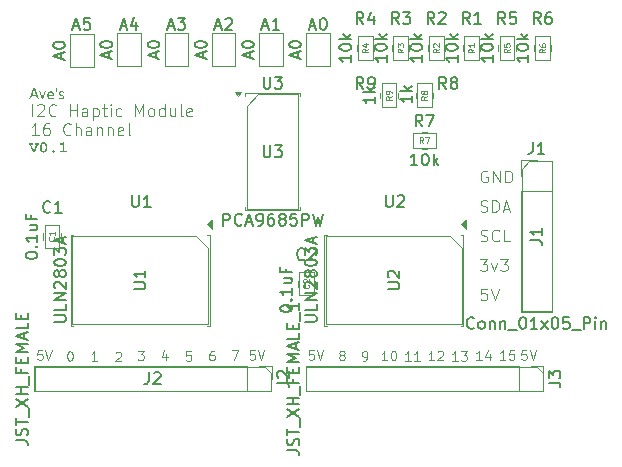
<source format=gbr>
%TF.GenerationSoftware,KiCad,Pcbnew,8.0.4*%
%TF.CreationDate,2024-10-01T17:05:48-05:00*%
%TF.ProjectId,Haptics PWM module,48617074-6963-4732-9050-574d206d6f64,rev?*%
%TF.SameCoordinates,Original*%
%TF.FileFunction,Legend,Top*%
%TF.FilePolarity,Positive*%
%FSLAX46Y46*%
G04 Gerber Fmt 4.6, Leading zero omitted, Abs format (unit mm)*
G04 Created by KiCad (PCBNEW 8.0.4) date 2024-10-01 17:05:48*
%MOMM*%
%LPD*%
G01*
G04 APERTURE LIST*
%ADD10C,0.100000*%
%ADD11C,0.200000*%
%ADD12C,0.150000*%
%ADD13C,0.120000*%
%ADD14C,0.080000*%
G04 APERTURE END LIST*
D10*
X119256265Y-130824800D02*
X119399122Y-130872419D01*
X119399122Y-130872419D02*
X119637217Y-130872419D01*
X119637217Y-130872419D02*
X119732455Y-130824800D01*
X119732455Y-130824800D02*
X119780074Y-130777180D01*
X119780074Y-130777180D02*
X119827693Y-130681942D01*
X119827693Y-130681942D02*
X119827693Y-130586704D01*
X119827693Y-130586704D02*
X119780074Y-130491466D01*
X119780074Y-130491466D02*
X119732455Y-130443847D01*
X119732455Y-130443847D02*
X119637217Y-130396228D01*
X119637217Y-130396228D02*
X119446741Y-130348609D01*
X119446741Y-130348609D02*
X119351503Y-130300990D01*
X119351503Y-130300990D02*
X119303884Y-130253371D01*
X119303884Y-130253371D02*
X119256265Y-130158133D01*
X119256265Y-130158133D02*
X119256265Y-130062895D01*
X119256265Y-130062895D02*
X119303884Y-129967657D01*
X119303884Y-129967657D02*
X119351503Y-129920038D01*
X119351503Y-129920038D02*
X119446741Y-129872419D01*
X119446741Y-129872419D02*
X119684836Y-129872419D01*
X119684836Y-129872419D02*
X119827693Y-129920038D01*
X120256265Y-130872419D02*
X120256265Y-129872419D01*
X120256265Y-129872419D02*
X120494360Y-129872419D01*
X120494360Y-129872419D02*
X120637217Y-129920038D01*
X120637217Y-129920038D02*
X120732455Y-130015276D01*
X120732455Y-130015276D02*
X120780074Y-130110514D01*
X120780074Y-130110514D02*
X120827693Y-130300990D01*
X120827693Y-130300990D02*
X120827693Y-130443847D01*
X120827693Y-130443847D02*
X120780074Y-130634323D01*
X120780074Y-130634323D02*
X120732455Y-130729561D01*
X120732455Y-130729561D02*
X120637217Y-130824800D01*
X120637217Y-130824800D02*
X120494360Y-130872419D01*
X120494360Y-130872419D02*
X120256265Y-130872419D01*
X121208646Y-130586704D02*
X121684836Y-130586704D01*
X121113408Y-130872419D02*
X121446741Y-129872419D01*
X121446741Y-129872419D02*
X121780074Y-130872419D01*
X105137217Y-142596895D02*
X104756265Y-142596895D01*
X104756265Y-142596895D02*
X104718169Y-142977847D01*
X104718169Y-142977847D02*
X104756265Y-142939752D01*
X104756265Y-142939752D02*
X104832455Y-142901657D01*
X104832455Y-142901657D02*
X105022931Y-142901657D01*
X105022931Y-142901657D02*
X105099122Y-142939752D01*
X105099122Y-142939752D02*
X105137217Y-142977847D01*
X105137217Y-142977847D02*
X105175312Y-143054038D01*
X105175312Y-143054038D02*
X105175312Y-143244514D01*
X105175312Y-143244514D02*
X105137217Y-143320704D01*
X105137217Y-143320704D02*
X105099122Y-143358800D01*
X105099122Y-143358800D02*
X105022931Y-143396895D01*
X105022931Y-143396895D02*
X104832455Y-143396895D01*
X104832455Y-143396895D02*
X104756265Y-143358800D01*
X104756265Y-143358800D02*
X104718169Y-143320704D01*
X105403884Y-142596895D02*
X105670551Y-143396895D01*
X105670551Y-143396895D02*
X105937217Y-142596895D01*
X121361838Y-143385140D02*
X120904695Y-143385140D01*
X121133267Y-143385140D02*
X121133267Y-142585140D01*
X121133267Y-142585140D02*
X121057076Y-142699425D01*
X121057076Y-142699425D02*
X120980886Y-142775616D01*
X120980886Y-142775616D02*
X120904695Y-142813711D01*
X122085648Y-142585140D02*
X121704696Y-142585140D01*
X121704696Y-142585140D02*
X121666600Y-142966092D01*
X121666600Y-142966092D02*
X121704696Y-142927997D01*
X121704696Y-142927997D02*
X121780886Y-142889902D01*
X121780886Y-142889902D02*
X121971362Y-142889902D01*
X121971362Y-142889902D02*
X122047553Y-142927997D01*
X122047553Y-142927997D02*
X122085648Y-142966092D01*
X122085648Y-142966092D02*
X122123743Y-143042283D01*
X122123743Y-143042283D02*
X122123743Y-143232759D01*
X122123743Y-143232759D02*
X122085648Y-143308949D01*
X122085648Y-143308949D02*
X122047553Y-143347045D01*
X122047553Y-143347045D02*
X121971362Y-143385140D01*
X121971362Y-143385140D02*
X121780886Y-143385140D01*
X121780886Y-143385140D02*
X121704696Y-143347045D01*
X121704696Y-143347045D02*
X121666600Y-143308949D01*
X119208646Y-134872419D02*
X119827693Y-134872419D01*
X119827693Y-134872419D02*
X119494360Y-135253371D01*
X119494360Y-135253371D02*
X119637217Y-135253371D01*
X119637217Y-135253371D02*
X119732455Y-135300990D01*
X119732455Y-135300990D02*
X119780074Y-135348609D01*
X119780074Y-135348609D02*
X119827693Y-135443847D01*
X119827693Y-135443847D02*
X119827693Y-135681942D01*
X119827693Y-135681942D02*
X119780074Y-135777180D01*
X119780074Y-135777180D02*
X119732455Y-135824800D01*
X119732455Y-135824800D02*
X119637217Y-135872419D01*
X119637217Y-135872419D02*
X119351503Y-135872419D01*
X119351503Y-135872419D02*
X119256265Y-135824800D01*
X119256265Y-135824800D02*
X119208646Y-135777180D01*
X120161027Y-135205752D02*
X120399122Y-135872419D01*
X120399122Y-135872419D02*
X120637217Y-135205752D01*
X120922932Y-134872419D02*
X121541979Y-134872419D01*
X121541979Y-134872419D02*
X121208646Y-135253371D01*
X121208646Y-135253371D02*
X121351503Y-135253371D01*
X121351503Y-135253371D02*
X121446741Y-135300990D01*
X121446741Y-135300990D02*
X121494360Y-135348609D01*
X121494360Y-135348609D02*
X121541979Y-135443847D01*
X121541979Y-135443847D02*
X121541979Y-135681942D01*
X121541979Y-135681942D02*
X121494360Y-135777180D01*
X121494360Y-135777180D02*
X121446741Y-135824800D01*
X121446741Y-135824800D02*
X121351503Y-135872419D01*
X121351503Y-135872419D02*
X121065789Y-135872419D01*
X121065789Y-135872419D02*
X120970551Y-135824800D01*
X120970551Y-135824800D02*
X120922932Y-135777180D01*
D11*
G36*
X81421807Y-125633384D02*
G01*
X81625750Y-125173475D01*
X81593510Y-125173475D01*
X81543428Y-125166672D01*
X81520969Y-125154180D01*
X81499665Y-125108935D01*
X81499476Y-125103133D01*
X81517128Y-125056055D01*
X81520969Y-125052330D01*
X81567232Y-125034336D01*
X81593510Y-125032791D01*
X81782309Y-125032791D01*
X81832509Y-125039679D01*
X81854849Y-125052330D01*
X81876396Y-125097332D01*
X81876587Y-125103133D01*
X81856462Y-125148934D01*
X81843614Y-125160530D01*
X81796049Y-125173020D01*
X81778890Y-125173475D01*
X81489706Y-125830000D01*
X81354396Y-125830000D01*
X81065945Y-125173475D01*
X81017345Y-125168323D01*
X81000732Y-125160286D01*
X80970368Y-125120392D01*
X80967759Y-125103133D01*
X80985612Y-125056055D01*
X80989497Y-125052330D01*
X81035535Y-125034336D01*
X81061793Y-125032791D01*
X81252058Y-125032791D01*
X81301646Y-125039679D01*
X81323866Y-125052330D01*
X81345412Y-125097332D01*
X81345603Y-125103133D01*
X81327951Y-125150411D01*
X81324110Y-125154180D01*
X81278297Y-125171948D01*
X81252058Y-125173475D01*
X81219085Y-125173475D01*
X81421807Y-125633384D01*
G37*
G36*
X82311559Y-124958092D02*
G01*
X82361037Y-124969885D01*
X82404396Y-124990048D01*
X82444200Y-125021583D01*
X82479234Y-125062722D01*
X82506471Y-125104186D01*
X82516503Y-125121695D01*
X82539798Y-125170574D01*
X82556437Y-125220980D01*
X82566420Y-125272912D01*
X82569748Y-125326371D01*
X82569748Y-125473893D01*
X82566958Y-125522774D01*
X82556648Y-125578804D01*
X82541764Y-125625973D01*
X82521299Y-125672353D01*
X82495253Y-125717942D01*
X82490369Y-125725464D01*
X82458207Y-125766302D01*
X82421252Y-125798691D01*
X82372084Y-125825799D01*
X82324748Y-125839881D01*
X82272621Y-125845514D01*
X82263468Y-125845631D01*
X82212768Y-125842149D01*
X82162949Y-125830274D01*
X82119364Y-125809972D01*
X82079786Y-125778159D01*
X82045058Y-125736867D01*
X82018134Y-125695349D01*
X82008234Y-125677836D01*
X81985260Y-125629003D01*
X81968850Y-125578735D01*
X81959004Y-125527032D01*
X81955722Y-125473893D01*
X81955722Y-125327592D01*
X82096406Y-125327592D01*
X82096406Y-125472672D01*
X82100436Y-125524894D01*
X82112526Y-125573606D01*
X82132676Y-125618806D01*
X82160886Y-125660495D01*
X82201307Y-125692402D01*
X82251236Y-125704556D01*
X82263468Y-125704947D01*
X82314472Y-125695597D01*
X82356780Y-125667547D01*
X82367271Y-125656099D01*
X82396788Y-125611669D01*
X82416644Y-125561637D01*
X82426185Y-125512460D01*
X82428332Y-125472672D01*
X82428332Y-125327592D01*
X82424332Y-125275553D01*
X82412334Y-125226903D01*
X82392336Y-125181642D01*
X82364340Y-125139769D01*
X82323729Y-125107863D01*
X82274107Y-125095708D01*
X82262002Y-125095317D01*
X82210498Y-125104667D01*
X82167969Y-125132717D01*
X82157466Y-125144166D01*
X82127950Y-125188595D01*
X82108093Y-125238627D01*
X82098552Y-125287804D01*
X82096406Y-125327592D01*
X81955722Y-125327592D01*
X81955722Y-125326371D01*
X81959497Y-125269694D01*
X81970822Y-125213998D01*
X81986538Y-125167040D01*
X82007802Y-125120804D01*
X82034612Y-125075289D01*
X82066692Y-125034285D01*
X82103580Y-125001764D01*
X82152694Y-124974546D01*
X82200001Y-124960407D01*
X82252116Y-124954751D01*
X82261270Y-124954633D01*
X82311559Y-124958092D01*
G37*
G36*
X83209909Y-125751842D02*
G01*
X83196517Y-125800685D01*
X83181577Y-125818764D01*
X83138166Y-125841853D01*
X83104152Y-125845631D01*
X83055294Y-125837130D01*
X83026482Y-125818764D01*
X83001137Y-125775589D01*
X82998394Y-125751842D01*
X83011670Y-125702999D01*
X83026482Y-125684919D01*
X83070103Y-125661831D01*
X83104152Y-125658053D01*
X83152932Y-125666553D01*
X83181577Y-125684919D01*
X83207142Y-125728095D01*
X83209909Y-125751842D01*
G37*
G36*
X84014445Y-124954633D02*
G01*
X84014445Y-125689316D01*
X84156594Y-125689316D01*
X84206793Y-125696204D01*
X84229134Y-125708855D01*
X84250681Y-125753857D01*
X84250872Y-125759658D01*
X84234229Y-125805632D01*
X84229134Y-125810704D01*
X84182970Y-125828473D01*
X84156594Y-125830000D01*
X83731367Y-125830000D01*
X83681286Y-125823197D01*
X83658827Y-125810704D01*
X83637523Y-125765460D01*
X83637334Y-125759658D01*
X83654986Y-125712580D01*
X83658827Y-125708855D01*
X83705090Y-125690861D01*
X83731367Y-125689316D01*
X83873761Y-125689316D01*
X83873761Y-125146120D01*
X83747976Y-125180558D01*
X83702547Y-125189106D01*
X83657369Y-125168248D01*
X83656140Y-125166880D01*
X83636906Y-125120318D01*
X83636601Y-125112414D01*
X83651011Y-125066252D01*
X83695389Y-125041446D01*
X83711584Y-125036454D01*
X84014445Y-124954633D01*
G37*
D10*
X96662877Y-142643108D02*
X96510496Y-142643108D01*
X96510496Y-142643108D02*
X96434305Y-142681203D01*
X96434305Y-142681203D02*
X96396210Y-142719298D01*
X96396210Y-142719298D02*
X96320020Y-142833584D01*
X96320020Y-142833584D02*
X96281924Y-142985965D01*
X96281924Y-142985965D02*
X96281924Y-143290727D01*
X96281924Y-143290727D02*
X96320020Y-143366917D01*
X96320020Y-143366917D02*
X96358115Y-143405013D01*
X96358115Y-143405013D02*
X96434305Y-143443108D01*
X96434305Y-143443108D02*
X96586686Y-143443108D01*
X96586686Y-143443108D02*
X96662877Y-143405013D01*
X96662877Y-143405013D02*
X96700972Y-143366917D01*
X96700972Y-143366917D02*
X96739067Y-143290727D01*
X96739067Y-143290727D02*
X96739067Y-143100251D01*
X96739067Y-143100251D02*
X96700972Y-143024060D01*
X96700972Y-143024060D02*
X96662877Y-142985965D01*
X96662877Y-142985965D02*
X96586686Y-142947870D01*
X96586686Y-142947870D02*
X96434305Y-142947870D01*
X96434305Y-142947870D02*
X96358115Y-142985965D01*
X96358115Y-142985965D02*
X96320020Y-143024060D01*
X96320020Y-143024060D02*
X96281924Y-143100251D01*
X123137217Y-142596895D02*
X122756265Y-142596895D01*
X122756265Y-142596895D02*
X122718169Y-142977847D01*
X122718169Y-142977847D02*
X122756265Y-142939752D01*
X122756265Y-142939752D02*
X122832455Y-142901657D01*
X122832455Y-142901657D02*
X123022931Y-142901657D01*
X123022931Y-142901657D02*
X123099122Y-142939752D01*
X123099122Y-142939752D02*
X123137217Y-142977847D01*
X123137217Y-142977847D02*
X123175312Y-143054038D01*
X123175312Y-143054038D02*
X123175312Y-143244514D01*
X123175312Y-143244514D02*
X123137217Y-143320704D01*
X123137217Y-143320704D02*
X123099122Y-143358800D01*
X123099122Y-143358800D02*
X123022931Y-143396895D01*
X123022931Y-143396895D02*
X122832455Y-143396895D01*
X122832455Y-143396895D02*
X122756265Y-143358800D01*
X122756265Y-143358800D02*
X122718169Y-143320704D01*
X123403884Y-142596895D02*
X123670551Y-143396895D01*
X123670551Y-143396895D02*
X123937217Y-142596895D01*
X82137217Y-142596895D02*
X81756265Y-142596895D01*
X81756265Y-142596895D02*
X81718169Y-142977847D01*
X81718169Y-142977847D02*
X81756265Y-142939752D01*
X81756265Y-142939752D02*
X81832455Y-142901657D01*
X81832455Y-142901657D02*
X82022931Y-142901657D01*
X82022931Y-142901657D02*
X82099122Y-142939752D01*
X82099122Y-142939752D02*
X82137217Y-142977847D01*
X82137217Y-142977847D02*
X82175312Y-143054038D01*
X82175312Y-143054038D02*
X82175312Y-143244514D01*
X82175312Y-143244514D02*
X82137217Y-143320704D01*
X82137217Y-143320704D02*
X82099122Y-143358800D01*
X82099122Y-143358800D02*
X82022931Y-143396895D01*
X82022931Y-143396895D02*
X81832455Y-143396895D01*
X81832455Y-143396895D02*
X81756265Y-143358800D01*
X81756265Y-143358800D02*
X81718169Y-143320704D01*
X82403884Y-142596895D02*
X82670551Y-143396895D01*
X82670551Y-143396895D02*
X82937217Y-142596895D01*
X88370920Y-142779803D02*
X88409016Y-142741708D01*
X88409016Y-142741708D02*
X88485206Y-142703613D01*
X88485206Y-142703613D02*
X88675682Y-142703613D01*
X88675682Y-142703613D02*
X88751873Y-142741708D01*
X88751873Y-142741708D02*
X88789968Y-142779803D01*
X88789968Y-142779803D02*
X88828063Y-142855994D01*
X88828063Y-142855994D02*
X88828063Y-142932184D01*
X88828063Y-142932184D02*
X88789968Y-143046470D01*
X88789968Y-143046470D02*
X88332825Y-143503613D01*
X88332825Y-143503613D02*
X88828063Y-143503613D01*
X90238727Y-142627982D02*
X90733965Y-142627982D01*
X90733965Y-142627982D02*
X90467299Y-142932744D01*
X90467299Y-142932744D02*
X90581584Y-142932744D01*
X90581584Y-142932744D02*
X90657775Y-142970839D01*
X90657775Y-142970839D02*
X90695870Y-143008934D01*
X90695870Y-143008934D02*
X90733965Y-143085125D01*
X90733965Y-143085125D02*
X90733965Y-143275601D01*
X90733965Y-143275601D02*
X90695870Y-143351791D01*
X90695870Y-143351791D02*
X90657775Y-143389887D01*
X90657775Y-143389887D02*
X90581584Y-143427982D01*
X90581584Y-143427982D02*
X90353013Y-143427982D01*
X90353013Y-143427982D02*
X90276822Y-143389887D01*
X90276822Y-143389887D02*
X90238727Y-143351791D01*
X109294360Y-143455729D02*
X109446741Y-143455729D01*
X109446741Y-143455729D02*
X109522931Y-143417634D01*
X109522931Y-143417634D02*
X109561027Y-143379538D01*
X109561027Y-143379538D02*
X109637217Y-143265253D01*
X109637217Y-143265253D02*
X109675312Y-143112872D01*
X109675312Y-143112872D02*
X109675312Y-142808110D01*
X109675312Y-142808110D02*
X109637217Y-142731919D01*
X109637217Y-142731919D02*
X109599122Y-142693824D01*
X109599122Y-142693824D02*
X109522931Y-142655729D01*
X109522931Y-142655729D02*
X109370550Y-142655729D01*
X109370550Y-142655729D02*
X109294360Y-142693824D01*
X109294360Y-142693824D02*
X109256265Y-142731919D01*
X109256265Y-142731919D02*
X109218169Y-142808110D01*
X109218169Y-142808110D02*
X109218169Y-142998586D01*
X109218169Y-142998586D02*
X109256265Y-143074776D01*
X109256265Y-143074776D02*
X109294360Y-143112872D01*
X109294360Y-143112872D02*
X109370550Y-143150967D01*
X109370550Y-143150967D02*
X109522931Y-143150967D01*
X109522931Y-143150967D02*
X109599122Y-143112872D01*
X109599122Y-143112872D02*
X109637217Y-143074776D01*
X109637217Y-143074776D02*
X109675312Y-142998586D01*
X107443493Y-142978417D02*
X107367303Y-142940322D01*
X107367303Y-142940322D02*
X107329208Y-142902226D01*
X107329208Y-142902226D02*
X107291112Y-142826036D01*
X107291112Y-142826036D02*
X107291112Y-142787941D01*
X107291112Y-142787941D02*
X107329208Y-142711750D01*
X107329208Y-142711750D02*
X107367303Y-142673655D01*
X107367303Y-142673655D02*
X107443493Y-142635560D01*
X107443493Y-142635560D02*
X107595874Y-142635560D01*
X107595874Y-142635560D02*
X107672065Y-142673655D01*
X107672065Y-142673655D02*
X107710160Y-142711750D01*
X107710160Y-142711750D02*
X107748255Y-142787941D01*
X107748255Y-142787941D02*
X107748255Y-142826036D01*
X107748255Y-142826036D02*
X107710160Y-142902226D01*
X107710160Y-142902226D02*
X107672065Y-142940322D01*
X107672065Y-142940322D02*
X107595874Y-142978417D01*
X107595874Y-142978417D02*
X107443493Y-142978417D01*
X107443493Y-142978417D02*
X107367303Y-143016512D01*
X107367303Y-143016512D02*
X107329208Y-143054607D01*
X107329208Y-143054607D02*
X107291112Y-143130798D01*
X107291112Y-143130798D02*
X107291112Y-143283179D01*
X107291112Y-143283179D02*
X107329208Y-143359369D01*
X107329208Y-143359369D02*
X107367303Y-143397465D01*
X107367303Y-143397465D02*
X107443493Y-143435560D01*
X107443493Y-143435560D02*
X107595874Y-143435560D01*
X107595874Y-143435560D02*
X107672065Y-143397465D01*
X107672065Y-143397465D02*
X107710160Y-143359369D01*
X107710160Y-143359369D02*
X107748255Y-143283179D01*
X107748255Y-143283179D02*
X107748255Y-143130798D01*
X107748255Y-143130798D02*
X107710160Y-143054607D01*
X107710160Y-143054607D02*
X107672065Y-143016512D01*
X107672065Y-143016512D02*
X107595874Y-142978417D01*
X115321441Y-143435560D02*
X114864298Y-143435560D01*
X115092870Y-143435560D02*
X115092870Y-142635560D01*
X115092870Y-142635560D02*
X115016679Y-142749845D01*
X115016679Y-142749845D02*
X114940489Y-142826036D01*
X114940489Y-142826036D02*
X114864298Y-142864131D01*
X115626203Y-142711750D02*
X115664299Y-142673655D01*
X115664299Y-142673655D02*
X115740489Y-142635560D01*
X115740489Y-142635560D02*
X115930965Y-142635560D01*
X115930965Y-142635560D02*
X116007156Y-142673655D01*
X116007156Y-142673655D02*
X116045251Y-142711750D01*
X116045251Y-142711750D02*
X116083346Y-142787941D01*
X116083346Y-142787941D02*
X116083346Y-142864131D01*
X116083346Y-142864131D02*
X116045251Y-142978417D01*
X116045251Y-142978417D02*
X115588108Y-143435560D01*
X115588108Y-143435560D02*
X116083346Y-143435560D01*
X98225362Y-142597730D02*
X98758696Y-142597730D01*
X98758696Y-142597730D02*
X98415838Y-143397730D01*
X119780074Y-137372419D02*
X119303884Y-137372419D01*
X119303884Y-137372419D02*
X119256265Y-137848609D01*
X119256265Y-137848609D02*
X119303884Y-137800990D01*
X119303884Y-137800990D02*
X119399122Y-137753371D01*
X119399122Y-137753371D02*
X119637217Y-137753371D01*
X119637217Y-137753371D02*
X119732455Y-137800990D01*
X119732455Y-137800990D02*
X119780074Y-137848609D01*
X119780074Y-137848609D02*
X119827693Y-137943847D01*
X119827693Y-137943847D02*
X119827693Y-138181942D01*
X119827693Y-138181942D02*
X119780074Y-138277180D01*
X119780074Y-138277180D02*
X119732455Y-138324800D01*
X119732455Y-138324800D02*
X119637217Y-138372419D01*
X119637217Y-138372419D02*
X119399122Y-138372419D01*
X119399122Y-138372419D02*
X119303884Y-138324800D01*
X119303884Y-138324800D02*
X119256265Y-138277180D01*
X120113408Y-137372419D02*
X120446741Y-138372419D01*
X120446741Y-138372419D02*
X120780074Y-137372419D01*
X92639307Y-142909774D02*
X92639307Y-143443108D01*
X92448831Y-142605013D02*
X92258354Y-143176441D01*
X92258354Y-143176441D02*
X92753593Y-143176441D01*
X81303884Y-122762475D02*
X81303884Y-121762475D01*
X81732455Y-121857713D02*
X81780074Y-121810094D01*
X81780074Y-121810094D02*
X81875312Y-121762475D01*
X81875312Y-121762475D02*
X82113407Y-121762475D01*
X82113407Y-121762475D02*
X82208645Y-121810094D01*
X82208645Y-121810094D02*
X82256264Y-121857713D01*
X82256264Y-121857713D02*
X82303883Y-121952951D01*
X82303883Y-121952951D02*
X82303883Y-122048189D01*
X82303883Y-122048189D02*
X82256264Y-122191046D01*
X82256264Y-122191046D02*
X81684836Y-122762475D01*
X81684836Y-122762475D02*
X82303883Y-122762475D01*
X83303883Y-122667236D02*
X83256264Y-122714856D01*
X83256264Y-122714856D02*
X83113407Y-122762475D01*
X83113407Y-122762475D02*
X83018169Y-122762475D01*
X83018169Y-122762475D02*
X82875312Y-122714856D01*
X82875312Y-122714856D02*
X82780074Y-122619617D01*
X82780074Y-122619617D02*
X82732455Y-122524379D01*
X82732455Y-122524379D02*
X82684836Y-122333903D01*
X82684836Y-122333903D02*
X82684836Y-122191046D01*
X82684836Y-122191046D02*
X82732455Y-122000570D01*
X82732455Y-122000570D02*
X82780074Y-121905332D01*
X82780074Y-121905332D02*
X82875312Y-121810094D01*
X82875312Y-121810094D02*
X83018169Y-121762475D01*
X83018169Y-121762475D02*
X83113407Y-121762475D01*
X83113407Y-121762475D02*
X83256264Y-121810094D01*
X83256264Y-121810094D02*
X83303883Y-121857713D01*
X84494360Y-122762475D02*
X84494360Y-121762475D01*
X84494360Y-122238665D02*
X85065788Y-122238665D01*
X85065788Y-122762475D02*
X85065788Y-121762475D01*
X85970550Y-122762475D02*
X85970550Y-122238665D01*
X85970550Y-122238665D02*
X85922931Y-122143427D01*
X85922931Y-122143427D02*
X85827693Y-122095808D01*
X85827693Y-122095808D02*
X85637217Y-122095808D01*
X85637217Y-122095808D02*
X85541979Y-122143427D01*
X85970550Y-122714856D02*
X85875312Y-122762475D01*
X85875312Y-122762475D02*
X85637217Y-122762475D01*
X85637217Y-122762475D02*
X85541979Y-122714856D01*
X85541979Y-122714856D02*
X85494360Y-122619617D01*
X85494360Y-122619617D02*
X85494360Y-122524379D01*
X85494360Y-122524379D02*
X85541979Y-122429141D01*
X85541979Y-122429141D02*
X85637217Y-122381522D01*
X85637217Y-122381522D02*
X85875312Y-122381522D01*
X85875312Y-122381522D02*
X85970550Y-122333903D01*
X86446741Y-122095808D02*
X86446741Y-123095808D01*
X86446741Y-122143427D02*
X86541979Y-122095808D01*
X86541979Y-122095808D02*
X86732455Y-122095808D01*
X86732455Y-122095808D02*
X86827693Y-122143427D01*
X86827693Y-122143427D02*
X86875312Y-122191046D01*
X86875312Y-122191046D02*
X86922931Y-122286284D01*
X86922931Y-122286284D02*
X86922931Y-122571998D01*
X86922931Y-122571998D02*
X86875312Y-122667236D01*
X86875312Y-122667236D02*
X86827693Y-122714856D01*
X86827693Y-122714856D02*
X86732455Y-122762475D01*
X86732455Y-122762475D02*
X86541979Y-122762475D01*
X86541979Y-122762475D02*
X86446741Y-122714856D01*
X87208646Y-122095808D02*
X87589598Y-122095808D01*
X87351503Y-121762475D02*
X87351503Y-122619617D01*
X87351503Y-122619617D02*
X87399122Y-122714856D01*
X87399122Y-122714856D02*
X87494360Y-122762475D01*
X87494360Y-122762475D02*
X87589598Y-122762475D01*
X87922932Y-122762475D02*
X87922932Y-122095808D01*
X87922932Y-121762475D02*
X87875313Y-121810094D01*
X87875313Y-121810094D02*
X87922932Y-121857713D01*
X87922932Y-121857713D02*
X87970551Y-121810094D01*
X87970551Y-121810094D02*
X87922932Y-121762475D01*
X87922932Y-121762475D02*
X87922932Y-121857713D01*
X88827693Y-122714856D02*
X88732455Y-122762475D01*
X88732455Y-122762475D02*
X88541979Y-122762475D01*
X88541979Y-122762475D02*
X88446741Y-122714856D01*
X88446741Y-122714856D02*
X88399122Y-122667236D01*
X88399122Y-122667236D02*
X88351503Y-122571998D01*
X88351503Y-122571998D02*
X88351503Y-122286284D01*
X88351503Y-122286284D02*
X88399122Y-122191046D01*
X88399122Y-122191046D02*
X88446741Y-122143427D01*
X88446741Y-122143427D02*
X88541979Y-122095808D01*
X88541979Y-122095808D02*
X88732455Y-122095808D01*
X88732455Y-122095808D02*
X88827693Y-122143427D01*
X90018170Y-122762475D02*
X90018170Y-121762475D01*
X90018170Y-121762475D02*
X90351503Y-122476760D01*
X90351503Y-122476760D02*
X90684836Y-121762475D01*
X90684836Y-121762475D02*
X90684836Y-122762475D01*
X91303884Y-122762475D02*
X91208646Y-122714856D01*
X91208646Y-122714856D02*
X91161027Y-122667236D01*
X91161027Y-122667236D02*
X91113408Y-122571998D01*
X91113408Y-122571998D02*
X91113408Y-122286284D01*
X91113408Y-122286284D02*
X91161027Y-122191046D01*
X91161027Y-122191046D02*
X91208646Y-122143427D01*
X91208646Y-122143427D02*
X91303884Y-122095808D01*
X91303884Y-122095808D02*
X91446741Y-122095808D01*
X91446741Y-122095808D02*
X91541979Y-122143427D01*
X91541979Y-122143427D02*
X91589598Y-122191046D01*
X91589598Y-122191046D02*
X91637217Y-122286284D01*
X91637217Y-122286284D02*
X91637217Y-122571998D01*
X91637217Y-122571998D02*
X91589598Y-122667236D01*
X91589598Y-122667236D02*
X91541979Y-122714856D01*
X91541979Y-122714856D02*
X91446741Y-122762475D01*
X91446741Y-122762475D02*
X91303884Y-122762475D01*
X92494360Y-122762475D02*
X92494360Y-121762475D01*
X92494360Y-122714856D02*
X92399122Y-122762475D01*
X92399122Y-122762475D02*
X92208646Y-122762475D01*
X92208646Y-122762475D02*
X92113408Y-122714856D01*
X92113408Y-122714856D02*
X92065789Y-122667236D01*
X92065789Y-122667236D02*
X92018170Y-122571998D01*
X92018170Y-122571998D02*
X92018170Y-122286284D01*
X92018170Y-122286284D02*
X92065789Y-122191046D01*
X92065789Y-122191046D02*
X92113408Y-122143427D01*
X92113408Y-122143427D02*
X92208646Y-122095808D01*
X92208646Y-122095808D02*
X92399122Y-122095808D01*
X92399122Y-122095808D02*
X92494360Y-122143427D01*
X93399122Y-122095808D02*
X93399122Y-122762475D01*
X92970551Y-122095808D02*
X92970551Y-122619617D01*
X92970551Y-122619617D02*
X93018170Y-122714856D01*
X93018170Y-122714856D02*
X93113408Y-122762475D01*
X93113408Y-122762475D02*
X93256265Y-122762475D01*
X93256265Y-122762475D02*
X93351503Y-122714856D01*
X93351503Y-122714856D02*
X93399122Y-122667236D01*
X94018170Y-122762475D02*
X93922932Y-122714856D01*
X93922932Y-122714856D02*
X93875313Y-122619617D01*
X93875313Y-122619617D02*
X93875313Y-121762475D01*
X94780075Y-122714856D02*
X94684837Y-122762475D01*
X94684837Y-122762475D02*
X94494361Y-122762475D01*
X94494361Y-122762475D02*
X94399123Y-122714856D01*
X94399123Y-122714856D02*
X94351504Y-122619617D01*
X94351504Y-122619617D02*
X94351504Y-122238665D01*
X94351504Y-122238665D02*
X94399123Y-122143427D01*
X94399123Y-122143427D02*
X94494361Y-122095808D01*
X94494361Y-122095808D02*
X94684837Y-122095808D01*
X94684837Y-122095808D02*
X94780075Y-122143427D01*
X94780075Y-122143427D02*
X94827694Y-122238665D01*
X94827694Y-122238665D02*
X94827694Y-122333903D01*
X94827694Y-122333903D02*
X94351504Y-122429141D01*
X81827693Y-124372419D02*
X81256265Y-124372419D01*
X81541979Y-124372419D02*
X81541979Y-123372419D01*
X81541979Y-123372419D02*
X81446741Y-123515276D01*
X81446741Y-123515276D02*
X81351503Y-123610514D01*
X81351503Y-123610514D02*
X81256265Y-123658133D01*
X82684836Y-123372419D02*
X82494360Y-123372419D01*
X82494360Y-123372419D02*
X82399122Y-123420038D01*
X82399122Y-123420038D02*
X82351503Y-123467657D01*
X82351503Y-123467657D02*
X82256265Y-123610514D01*
X82256265Y-123610514D02*
X82208646Y-123800990D01*
X82208646Y-123800990D02*
X82208646Y-124181942D01*
X82208646Y-124181942D02*
X82256265Y-124277180D01*
X82256265Y-124277180D02*
X82303884Y-124324800D01*
X82303884Y-124324800D02*
X82399122Y-124372419D01*
X82399122Y-124372419D02*
X82589598Y-124372419D01*
X82589598Y-124372419D02*
X82684836Y-124324800D01*
X82684836Y-124324800D02*
X82732455Y-124277180D01*
X82732455Y-124277180D02*
X82780074Y-124181942D01*
X82780074Y-124181942D02*
X82780074Y-123943847D01*
X82780074Y-123943847D02*
X82732455Y-123848609D01*
X82732455Y-123848609D02*
X82684836Y-123800990D01*
X82684836Y-123800990D02*
X82589598Y-123753371D01*
X82589598Y-123753371D02*
X82399122Y-123753371D01*
X82399122Y-123753371D02*
X82303884Y-123800990D01*
X82303884Y-123800990D02*
X82256265Y-123848609D01*
X82256265Y-123848609D02*
X82208646Y-123943847D01*
X84541979Y-124277180D02*
X84494360Y-124324800D01*
X84494360Y-124324800D02*
X84351503Y-124372419D01*
X84351503Y-124372419D02*
X84256265Y-124372419D01*
X84256265Y-124372419D02*
X84113408Y-124324800D01*
X84113408Y-124324800D02*
X84018170Y-124229561D01*
X84018170Y-124229561D02*
X83970551Y-124134323D01*
X83970551Y-124134323D02*
X83922932Y-123943847D01*
X83922932Y-123943847D02*
X83922932Y-123800990D01*
X83922932Y-123800990D02*
X83970551Y-123610514D01*
X83970551Y-123610514D02*
X84018170Y-123515276D01*
X84018170Y-123515276D02*
X84113408Y-123420038D01*
X84113408Y-123420038D02*
X84256265Y-123372419D01*
X84256265Y-123372419D02*
X84351503Y-123372419D01*
X84351503Y-123372419D02*
X84494360Y-123420038D01*
X84494360Y-123420038D02*
X84541979Y-123467657D01*
X84970551Y-124372419D02*
X84970551Y-123372419D01*
X85399122Y-124372419D02*
X85399122Y-123848609D01*
X85399122Y-123848609D02*
X85351503Y-123753371D01*
X85351503Y-123753371D02*
X85256265Y-123705752D01*
X85256265Y-123705752D02*
X85113408Y-123705752D01*
X85113408Y-123705752D02*
X85018170Y-123753371D01*
X85018170Y-123753371D02*
X84970551Y-123800990D01*
X86303884Y-124372419D02*
X86303884Y-123848609D01*
X86303884Y-123848609D02*
X86256265Y-123753371D01*
X86256265Y-123753371D02*
X86161027Y-123705752D01*
X86161027Y-123705752D02*
X85970551Y-123705752D01*
X85970551Y-123705752D02*
X85875313Y-123753371D01*
X86303884Y-124324800D02*
X86208646Y-124372419D01*
X86208646Y-124372419D02*
X85970551Y-124372419D01*
X85970551Y-124372419D02*
X85875313Y-124324800D01*
X85875313Y-124324800D02*
X85827694Y-124229561D01*
X85827694Y-124229561D02*
X85827694Y-124134323D01*
X85827694Y-124134323D02*
X85875313Y-124039085D01*
X85875313Y-124039085D02*
X85970551Y-123991466D01*
X85970551Y-123991466D02*
X86208646Y-123991466D01*
X86208646Y-123991466D02*
X86303884Y-123943847D01*
X86780075Y-123705752D02*
X86780075Y-124372419D01*
X86780075Y-123800990D02*
X86827694Y-123753371D01*
X86827694Y-123753371D02*
X86922932Y-123705752D01*
X86922932Y-123705752D02*
X87065789Y-123705752D01*
X87065789Y-123705752D02*
X87161027Y-123753371D01*
X87161027Y-123753371D02*
X87208646Y-123848609D01*
X87208646Y-123848609D02*
X87208646Y-124372419D01*
X87684837Y-123705752D02*
X87684837Y-124372419D01*
X87684837Y-123800990D02*
X87732456Y-123753371D01*
X87732456Y-123753371D02*
X87827694Y-123705752D01*
X87827694Y-123705752D02*
X87970551Y-123705752D01*
X87970551Y-123705752D02*
X88065789Y-123753371D01*
X88065789Y-123753371D02*
X88113408Y-123848609D01*
X88113408Y-123848609D02*
X88113408Y-124372419D01*
X88970551Y-124324800D02*
X88875313Y-124372419D01*
X88875313Y-124372419D02*
X88684837Y-124372419D01*
X88684837Y-124372419D02*
X88589599Y-124324800D01*
X88589599Y-124324800D02*
X88541980Y-124229561D01*
X88541980Y-124229561D02*
X88541980Y-123848609D01*
X88541980Y-123848609D02*
X88589599Y-123753371D01*
X88589599Y-123753371D02*
X88684837Y-123705752D01*
X88684837Y-123705752D02*
X88875313Y-123705752D01*
X88875313Y-123705752D02*
X88970551Y-123753371D01*
X88970551Y-123753371D02*
X89018170Y-123848609D01*
X89018170Y-123848609D02*
X89018170Y-123943847D01*
X89018170Y-123943847D02*
X88541980Y-124039085D01*
X89589599Y-124372419D02*
X89494361Y-124324800D01*
X89494361Y-124324800D02*
X89446742Y-124229561D01*
X89446742Y-124229561D02*
X89446742Y-123372419D01*
X100137217Y-142596895D02*
X99756265Y-142596895D01*
X99756265Y-142596895D02*
X99718169Y-142977847D01*
X99718169Y-142977847D02*
X99756265Y-142939752D01*
X99756265Y-142939752D02*
X99832455Y-142901657D01*
X99832455Y-142901657D02*
X100022931Y-142901657D01*
X100022931Y-142901657D02*
X100099122Y-142939752D01*
X100099122Y-142939752D02*
X100137217Y-142977847D01*
X100137217Y-142977847D02*
X100175312Y-143054038D01*
X100175312Y-143054038D02*
X100175312Y-143244514D01*
X100175312Y-143244514D02*
X100137217Y-143320704D01*
X100137217Y-143320704D02*
X100099122Y-143358800D01*
X100099122Y-143358800D02*
X100022931Y-143396895D01*
X100022931Y-143396895D02*
X99832455Y-143396895D01*
X99832455Y-143396895D02*
X99756265Y-143358800D01*
X99756265Y-143358800D02*
X99718169Y-143320704D01*
X100403884Y-142596895D02*
X100670551Y-143396895D01*
X100670551Y-143396895D02*
X100937217Y-142596895D01*
X84447070Y-142658235D02*
X84523260Y-142658235D01*
X84523260Y-142658235D02*
X84599451Y-142696330D01*
X84599451Y-142696330D02*
X84637546Y-142734425D01*
X84637546Y-142734425D02*
X84675641Y-142810616D01*
X84675641Y-142810616D02*
X84713736Y-142962997D01*
X84713736Y-142962997D02*
X84713736Y-143153473D01*
X84713736Y-143153473D02*
X84675641Y-143305854D01*
X84675641Y-143305854D02*
X84637546Y-143382044D01*
X84637546Y-143382044D02*
X84599451Y-143420140D01*
X84599451Y-143420140D02*
X84523260Y-143458235D01*
X84523260Y-143458235D02*
X84447070Y-143458235D01*
X84447070Y-143458235D02*
X84370879Y-143420140D01*
X84370879Y-143420140D02*
X84332784Y-143382044D01*
X84332784Y-143382044D02*
X84294689Y-143305854D01*
X84294689Y-143305854D02*
X84256593Y-143153473D01*
X84256593Y-143153473D02*
X84256593Y-142962997D01*
X84256593Y-142962997D02*
X84294689Y-142810616D01*
X84294689Y-142810616D02*
X84332784Y-142734425D01*
X84332784Y-142734425D02*
X84370879Y-142696330D01*
X84370879Y-142696330D02*
X84447070Y-142658235D01*
X86770900Y-143488487D02*
X86313757Y-143488487D01*
X86542329Y-143488487D02*
X86542329Y-142688487D01*
X86542329Y-142688487D02*
X86466138Y-142802772D01*
X86466138Y-142802772D02*
X86389948Y-142878963D01*
X86389948Y-142878963D02*
X86313757Y-142917058D01*
X117328184Y-143475897D02*
X116871041Y-143475897D01*
X117099613Y-143475897D02*
X117099613Y-142675897D01*
X117099613Y-142675897D02*
X117023422Y-142790182D01*
X117023422Y-142790182D02*
X116947232Y-142866373D01*
X116947232Y-142866373D02*
X116871041Y-142904468D01*
X117594851Y-142675897D02*
X118090089Y-142675897D01*
X118090089Y-142675897D02*
X117823423Y-142980659D01*
X117823423Y-142980659D02*
X117937708Y-142980659D01*
X117937708Y-142980659D02*
X118013899Y-143018754D01*
X118013899Y-143018754D02*
X118051994Y-143056849D01*
X118051994Y-143056849D02*
X118090089Y-143133040D01*
X118090089Y-143133040D02*
X118090089Y-143323516D01*
X118090089Y-143323516D02*
X118051994Y-143399706D01*
X118051994Y-143399706D02*
X118013899Y-143437802D01*
X118013899Y-143437802D02*
X117937708Y-143475897D01*
X117937708Y-143475897D02*
X117709137Y-143475897D01*
X117709137Y-143475897D02*
X117632946Y-143437802D01*
X117632946Y-143437802D02*
X117594851Y-143399706D01*
X94734566Y-142673361D02*
X94353614Y-142673361D01*
X94353614Y-142673361D02*
X94315518Y-143054313D01*
X94315518Y-143054313D02*
X94353614Y-143016218D01*
X94353614Y-143016218D02*
X94429804Y-142978123D01*
X94429804Y-142978123D02*
X94620280Y-142978123D01*
X94620280Y-142978123D02*
X94696471Y-143016218D01*
X94696471Y-143016218D02*
X94734566Y-143054313D01*
X94734566Y-143054313D02*
X94772661Y-143130504D01*
X94772661Y-143130504D02*
X94772661Y-143320980D01*
X94772661Y-143320980D02*
X94734566Y-143397170D01*
X94734566Y-143397170D02*
X94696471Y-143435266D01*
X94696471Y-143435266D02*
X94620280Y-143473361D01*
X94620280Y-143473361D02*
X94429804Y-143473361D01*
X94429804Y-143473361D02*
X94353614Y-143435266D01*
X94353614Y-143435266D02*
X94315518Y-143397170D01*
X113344950Y-143475897D02*
X112887807Y-143475897D01*
X113116379Y-143475897D02*
X113116379Y-142675897D01*
X113116379Y-142675897D02*
X113040188Y-142790182D01*
X113040188Y-142790182D02*
X112963998Y-142866373D01*
X112963998Y-142866373D02*
X112887807Y-142904468D01*
X114106855Y-143475897D02*
X113649712Y-143475897D01*
X113878284Y-143475897D02*
X113878284Y-142675897D01*
X113878284Y-142675897D02*
X113802093Y-142790182D01*
X113802093Y-142790182D02*
X113725903Y-142866373D01*
X113725903Y-142866373D02*
X113649712Y-142904468D01*
G36*
X81871946Y-121330000D02*
G01*
X81750314Y-121330000D01*
X81643335Y-121048632D01*
X81247418Y-121048632D01*
X81140683Y-121330000D01*
X81020272Y-121330000D01*
X81170991Y-120954842D01*
X81283321Y-120954842D01*
X81607920Y-120954842D01*
X81572749Y-120862519D01*
X81551881Y-120807719D01*
X81533952Y-120760609D01*
X81515535Y-120712187D01*
X81496629Y-120662454D01*
X81477234Y-120611408D01*
X81457350Y-120559051D01*
X81453314Y-120548422D01*
X81437683Y-120548422D01*
X81417514Y-120601481D01*
X81397917Y-120653037D01*
X81378893Y-120703090D01*
X81360441Y-120751640D01*
X81342562Y-120798688D01*
X81321862Y-120853162D01*
X81318492Y-120862030D01*
X81283321Y-120954842D01*
X81170991Y-120954842D01*
X81390788Y-120407739D01*
X81500209Y-120407739D01*
X81871946Y-121330000D01*
G37*
G36*
X82181402Y-121221556D02*
G01*
X82197984Y-121172812D01*
X82215681Y-121122335D01*
X82233618Y-121072212D01*
X82245882Y-121038374D01*
X82377529Y-120673475D01*
X82484019Y-120673475D01*
X82236113Y-121330000D01*
X82125226Y-121330000D01*
X81877320Y-120673475D01*
X81983810Y-120673475D01*
X82114724Y-121038374D01*
X82133286Y-121090306D01*
X82150139Y-121138147D01*
X82167055Y-121187078D01*
X82178715Y-121221556D01*
X82181402Y-121221556D01*
G37*
G36*
X82919573Y-120661976D02*
G01*
X82969506Y-120675493D01*
X82972505Y-120676650D01*
X83017201Y-120700647D01*
X83055547Y-120735512D01*
X83085246Y-120778217D01*
X83105690Y-120823562D01*
X83110990Y-120839071D01*
X83123493Y-120890271D01*
X83129884Y-120943479D01*
X83131507Y-120991479D01*
X83131507Y-121005889D01*
X83130774Y-121033000D01*
X82671842Y-121033000D01*
X82675442Y-121081900D01*
X82688371Y-121129314D01*
X82690648Y-121134605D01*
X82716331Y-121176568D01*
X82742184Y-121202260D01*
X82785010Y-121228097D01*
X82818876Y-121240118D01*
X82867518Y-121249266D01*
X82913642Y-121251842D01*
X82964262Y-121249827D01*
X83010118Y-121243782D01*
X83059148Y-121232353D01*
X83097069Y-121220579D01*
X83097069Y-121308750D01*
X83049738Y-121326470D01*
X83010607Y-121335617D01*
X82960629Y-121342805D01*
X82910981Y-121345543D01*
X82899965Y-121345631D01*
X82848593Y-121343124D01*
X82799627Y-121335602D01*
X82768318Y-121327801D01*
X82721410Y-121309687D01*
X82677385Y-121282064D01*
X82663293Y-121270160D01*
X82628732Y-121230483D01*
X82603253Y-121185352D01*
X82595150Y-121165868D01*
X82581383Y-121118450D01*
X82573827Y-121069983D01*
X82570993Y-121016412D01*
X82570969Y-121010774D01*
X82573379Y-120957217D01*
X82576039Y-120939211D01*
X82677459Y-120939211D01*
X83024284Y-120939211D01*
X83019761Y-120889593D01*
X83013782Y-120865450D01*
X82993637Y-120820838D01*
X82983007Y-120805854D01*
X82945751Y-120772873D01*
X82933182Y-120766043D01*
X82885778Y-120752772D01*
X82864549Y-120751632D01*
X82814363Y-120758674D01*
X82793230Y-120766531D01*
X82750347Y-120793149D01*
X82735833Y-120806587D01*
X82705518Y-120847644D01*
X82696266Y-120866182D01*
X82681335Y-120913061D01*
X82677459Y-120939211D01*
X82576039Y-120939211D01*
X82580606Y-120908288D01*
X82594120Y-120859809D01*
X82595638Y-120855680D01*
X82616624Y-120809461D01*
X82644552Y-120766289D01*
X82661828Y-120746015D01*
X82700496Y-120711587D01*
X82743840Y-120685668D01*
X82757083Y-120679825D01*
X82805034Y-120664798D01*
X82854856Y-120658187D01*
X82869434Y-120657843D01*
X82919573Y-120661976D01*
G37*
G36*
X83289532Y-120407739D02*
G01*
X83396022Y-120407739D01*
X83396022Y-120751632D01*
X83289532Y-120751632D01*
X83289532Y-120407739D01*
G37*
G36*
X83647592Y-120849085D02*
G01*
X83659560Y-120893293D01*
X83691556Y-120921137D01*
X83737962Y-120938478D01*
X83787177Y-120949871D01*
X83792428Y-120950935D01*
X83841505Y-120962570D01*
X83865701Y-120969253D01*
X83912430Y-120988596D01*
X83929204Y-120999050D01*
X83965406Y-121035033D01*
X83976343Y-121053028D01*
X83991434Y-121100576D01*
X83994417Y-121141444D01*
X83988902Y-121190884D01*
X83974877Y-121229127D01*
X83945905Y-121270068D01*
X83919434Y-121293119D01*
X83874912Y-121318106D01*
X83834193Y-121332198D01*
X83785511Y-121341840D01*
X83736103Y-121345513D01*
X83725017Y-121345631D01*
X83676110Y-121343612D01*
X83658827Y-121341723D01*
X83609425Y-121332922D01*
X83606559Y-121332198D01*
X83567725Y-121320474D01*
X83541102Y-121308995D01*
X83541102Y-121220579D01*
X83588131Y-121234936D01*
X83624389Y-121243538D01*
X83673651Y-121250252D01*
X83715491Y-121251842D01*
X83765867Y-121248725D01*
X83786322Y-121245247D01*
X83833231Y-121229360D01*
X83840544Y-121225464D01*
X83875715Y-121192735D01*
X83887927Y-121146817D01*
X83876448Y-121101388D01*
X83846161Y-121071835D01*
X83801953Y-121052540D01*
X83754593Y-121040020D01*
X83749441Y-121038862D01*
X83701792Y-121027767D01*
X83676413Y-121021032D01*
X83630526Y-121003777D01*
X83608757Y-120991967D01*
X83571151Y-120958470D01*
X83559665Y-120941653D01*
X83543712Y-120894503D01*
X83541102Y-120859344D01*
X83546410Y-120808448D01*
X83559909Y-120769951D01*
X83588569Y-120727781D01*
X83610711Y-120707424D01*
X83655018Y-120681245D01*
X83685450Y-120670300D01*
X83734883Y-120660227D01*
X83775575Y-120657843D01*
X83825378Y-120660097D01*
X83874715Y-120667470D01*
X83877669Y-120668101D01*
X83925272Y-120680327D01*
X83963154Y-120693747D01*
X83963154Y-120782896D01*
X83915858Y-120769131D01*
X83878646Y-120760669D01*
X83829788Y-120753603D01*
X83790718Y-120751632D01*
X83741625Y-120755418D01*
X83725505Y-120758960D01*
X83680809Y-120779476D01*
X83655408Y-120810251D01*
X83647592Y-120849085D01*
G37*
X119355095Y-143425476D02*
X118897952Y-143425476D01*
X119126524Y-143425476D02*
X119126524Y-142625476D01*
X119126524Y-142625476D02*
X119050333Y-142739761D01*
X119050333Y-142739761D02*
X118974143Y-142815952D01*
X118974143Y-142815952D02*
X118897952Y-142854047D01*
X120040810Y-142892142D02*
X120040810Y-143425476D01*
X119850334Y-142587381D02*
X119659857Y-143158809D01*
X119659857Y-143158809D02*
X120155096Y-143158809D01*
X119827693Y-127420038D02*
X119732455Y-127372419D01*
X119732455Y-127372419D02*
X119589598Y-127372419D01*
X119589598Y-127372419D02*
X119446741Y-127420038D01*
X119446741Y-127420038D02*
X119351503Y-127515276D01*
X119351503Y-127515276D02*
X119303884Y-127610514D01*
X119303884Y-127610514D02*
X119256265Y-127800990D01*
X119256265Y-127800990D02*
X119256265Y-127943847D01*
X119256265Y-127943847D02*
X119303884Y-128134323D01*
X119303884Y-128134323D02*
X119351503Y-128229561D01*
X119351503Y-128229561D02*
X119446741Y-128324800D01*
X119446741Y-128324800D02*
X119589598Y-128372419D01*
X119589598Y-128372419D02*
X119684836Y-128372419D01*
X119684836Y-128372419D02*
X119827693Y-128324800D01*
X119827693Y-128324800D02*
X119875312Y-128277180D01*
X119875312Y-128277180D02*
X119875312Y-127943847D01*
X119875312Y-127943847D02*
X119684836Y-127943847D01*
X120303884Y-128372419D02*
X120303884Y-127372419D01*
X120303884Y-127372419D02*
X120875312Y-128372419D01*
X120875312Y-128372419D02*
X120875312Y-127372419D01*
X121351503Y-128372419D02*
X121351503Y-127372419D01*
X121351503Y-127372419D02*
X121589598Y-127372419D01*
X121589598Y-127372419D02*
X121732455Y-127420038D01*
X121732455Y-127420038D02*
X121827693Y-127515276D01*
X121827693Y-127515276D02*
X121875312Y-127610514D01*
X121875312Y-127610514D02*
X121922931Y-127800990D01*
X121922931Y-127800990D02*
X121922931Y-127943847D01*
X121922931Y-127943847D02*
X121875312Y-128134323D01*
X121875312Y-128134323D02*
X121827693Y-128229561D01*
X121827693Y-128229561D02*
X121732455Y-128324800D01*
X121732455Y-128324800D02*
X121589598Y-128372419D01*
X121589598Y-128372419D02*
X121351503Y-128372419D01*
X111348292Y-143435560D02*
X110891149Y-143435560D01*
X111119721Y-143435560D02*
X111119721Y-142635560D01*
X111119721Y-142635560D02*
X111043530Y-142749845D01*
X111043530Y-142749845D02*
X110967340Y-142826036D01*
X110967340Y-142826036D02*
X110891149Y-142864131D01*
X111843531Y-142635560D02*
X111919721Y-142635560D01*
X111919721Y-142635560D02*
X111995912Y-142673655D01*
X111995912Y-142673655D02*
X112034007Y-142711750D01*
X112034007Y-142711750D02*
X112072102Y-142787941D01*
X112072102Y-142787941D02*
X112110197Y-142940322D01*
X112110197Y-142940322D02*
X112110197Y-143130798D01*
X112110197Y-143130798D02*
X112072102Y-143283179D01*
X112072102Y-143283179D02*
X112034007Y-143359369D01*
X112034007Y-143359369D02*
X111995912Y-143397465D01*
X111995912Y-143397465D02*
X111919721Y-143435560D01*
X111919721Y-143435560D02*
X111843531Y-143435560D01*
X111843531Y-143435560D02*
X111767340Y-143397465D01*
X111767340Y-143397465D02*
X111729245Y-143359369D01*
X111729245Y-143359369D02*
X111691150Y-143283179D01*
X111691150Y-143283179D02*
X111653054Y-143130798D01*
X111653054Y-143130798D02*
X111653054Y-142940322D01*
X111653054Y-142940322D02*
X111691150Y-142787941D01*
X111691150Y-142787941D02*
X111729245Y-142711750D01*
X111729245Y-142711750D02*
X111767340Y-142673655D01*
X111767340Y-142673655D02*
X111843531Y-142635560D01*
X119256265Y-133324800D02*
X119399122Y-133372419D01*
X119399122Y-133372419D02*
X119637217Y-133372419D01*
X119637217Y-133372419D02*
X119732455Y-133324800D01*
X119732455Y-133324800D02*
X119780074Y-133277180D01*
X119780074Y-133277180D02*
X119827693Y-133181942D01*
X119827693Y-133181942D02*
X119827693Y-133086704D01*
X119827693Y-133086704D02*
X119780074Y-132991466D01*
X119780074Y-132991466D02*
X119732455Y-132943847D01*
X119732455Y-132943847D02*
X119637217Y-132896228D01*
X119637217Y-132896228D02*
X119446741Y-132848609D01*
X119446741Y-132848609D02*
X119351503Y-132800990D01*
X119351503Y-132800990D02*
X119303884Y-132753371D01*
X119303884Y-132753371D02*
X119256265Y-132658133D01*
X119256265Y-132658133D02*
X119256265Y-132562895D01*
X119256265Y-132562895D02*
X119303884Y-132467657D01*
X119303884Y-132467657D02*
X119351503Y-132420038D01*
X119351503Y-132420038D02*
X119446741Y-132372419D01*
X119446741Y-132372419D02*
X119684836Y-132372419D01*
X119684836Y-132372419D02*
X119827693Y-132420038D01*
X120827693Y-133277180D02*
X120780074Y-133324800D01*
X120780074Y-133324800D02*
X120637217Y-133372419D01*
X120637217Y-133372419D02*
X120541979Y-133372419D01*
X120541979Y-133372419D02*
X120399122Y-133324800D01*
X120399122Y-133324800D02*
X120303884Y-133229561D01*
X120303884Y-133229561D02*
X120256265Y-133134323D01*
X120256265Y-133134323D02*
X120208646Y-132943847D01*
X120208646Y-132943847D02*
X120208646Y-132800990D01*
X120208646Y-132800990D02*
X120256265Y-132610514D01*
X120256265Y-132610514D02*
X120303884Y-132515276D01*
X120303884Y-132515276D02*
X120399122Y-132420038D01*
X120399122Y-132420038D02*
X120541979Y-132372419D01*
X120541979Y-132372419D02*
X120637217Y-132372419D01*
X120637217Y-132372419D02*
X120780074Y-132420038D01*
X120780074Y-132420038D02*
X120827693Y-132467657D01*
X121732455Y-133372419D02*
X121256265Y-133372419D01*
X121256265Y-133372419D02*
X121256265Y-132372419D01*
D12*
X89738095Y-129454819D02*
X89738095Y-130264342D01*
X89738095Y-130264342D02*
X89785714Y-130359580D01*
X89785714Y-130359580D02*
X89833333Y-130407200D01*
X89833333Y-130407200D02*
X89928571Y-130454819D01*
X89928571Y-130454819D02*
X90119047Y-130454819D01*
X90119047Y-130454819D02*
X90214285Y-130407200D01*
X90214285Y-130407200D02*
X90261904Y-130359580D01*
X90261904Y-130359580D02*
X90309523Y-130264342D01*
X90309523Y-130264342D02*
X90309523Y-129454819D01*
X91309523Y-130454819D02*
X90738095Y-130454819D01*
X91023809Y-130454819D02*
X91023809Y-129454819D01*
X91023809Y-129454819D02*
X90928571Y-129597676D01*
X90928571Y-129597676D02*
X90833333Y-129692914D01*
X90833333Y-129692914D02*
X90738095Y-129740533D01*
X109333333Y-120454819D02*
X109000000Y-119978628D01*
X108761905Y-120454819D02*
X108761905Y-119454819D01*
X108761905Y-119454819D02*
X109142857Y-119454819D01*
X109142857Y-119454819D02*
X109238095Y-119502438D01*
X109238095Y-119502438D02*
X109285714Y-119550057D01*
X109285714Y-119550057D02*
X109333333Y-119645295D01*
X109333333Y-119645295D02*
X109333333Y-119788152D01*
X109333333Y-119788152D02*
X109285714Y-119883390D01*
X109285714Y-119883390D02*
X109238095Y-119931009D01*
X109238095Y-119931009D02*
X109142857Y-119978628D01*
X109142857Y-119978628D02*
X108761905Y-119978628D01*
X109809524Y-120454819D02*
X110000000Y-120454819D01*
X110000000Y-120454819D02*
X110095238Y-120407200D01*
X110095238Y-120407200D02*
X110142857Y-120359580D01*
X110142857Y-120359580D02*
X110238095Y-120216723D01*
X110238095Y-120216723D02*
X110285714Y-120026247D01*
X110285714Y-120026247D02*
X110285714Y-119645295D01*
X110285714Y-119645295D02*
X110238095Y-119550057D01*
X110238095Y-119550057D02*
X110190476Y-119502438D01*
X110190476Y-119502438D02*
X110095238Y-119454819D01*
X110095238Y-119454819D02*
X109904762Y-119454819D01*
X109904762Y-119454819D02*
X109809524Y-119502438D01*
X109809524Y-119502438D02*
X109761905Y-119550057D01*
X109761905Y-119550057D02*
X109714286Y-119645295D01*
X109714286Y-119645295D02*
X109714286Y-119883390D01*
X109714286Y-119883390D02*
X109761905Y-119978628D01*
X109761905Y-119978628D02*
X109809524Y-120026247D01*
X109809524Y-120026247D02*
X109904762Y-120073866D01*
X109904762Y-120073866D02*
X110095238Y-120073866D01*
X110095238Y-120073866D02*
X110190476Y-120026247D01*
X110190476Y-120026247D02*
X110238095Y-119978628D01*
X110238095Y-119978628D02*
X110285714Y-119883390D01*
X125014819Y-145333333D02*
X125729104Y-145333333D01*
X125729104Y-145333333D02*
X125871961Y-145380952D01*
X125871961Y-145380952D02*
X125967200Y-145476190D01*
X125967200Y-145476190D02*
X126014819Y-145619047D01*
X126014819Y-145619047D02*
X126014819Y-145714285D01*
X125014819Y-144952380D02*
X125014819Y-144333333D01*
X125014819Y-144333333D02*
X125395771Y-144666666D01*
X125395771Y-144666666D02*
X125395771Y-144523809D01*
X125395771Y-144523809D02*
X125443390Y-144428571D01*
X125443390Y-144428571D02*
X125491009Y-144380952D01*
X125491009Y-144380952D02*
X125586247Y-144333333D01*
X125586247Y-144333333D02*
X125824342Y-144333333D01*
X125824342Y-144333333D02*
X125919580Y-144380952D01*
X125919580Y-144380952D02*
X125967200Y-144428571D01*
X125967200Y-144428571D02*
X126014819Y-144523809D01*
X126014819Y-144523809D02*
X126014819Y-144809523D01*
X126014819Y-144809523D02*
X125967200Y-144904761D01*
X125967200Y-144904761D02*
X125919580Y-144952380D01*
X121333333Y-114954819D02*
X121000000Y-114478628D01*
X120761905Y-114954819D02*
X120761905Y-113954819D01*
X120761905Y-113954819D02*
X121142857Y-113954819D01*
X121142857Y-113954819D02*
X121238095Y-114002438D01*
X121238095Y-114002438D02*
X121285714Y-114050057D01*
X121285714Y-114050057D02*
X121333333Y-114145295D01*
X121333333Y-114145295D02*
X121333333Y-114288152D01*
X121333333Y-114288152D02*
X121285714Y-114383390D01*
X121285714Y-114383390D02*
X121238095Y-114431009D01*
X121238095Y-114431009D02*
X121142857Y-114478628D01*
X121142857Y-114478628D02*
X120761905Y-114478628D01*
X122238095Y-113954819D02*
X121761905Y-113954819D01*
X121761905Y-113954819D02*
X121714286Y-114431009D01*
X121714286Y-114431009D02*
X121761905Y-114383390D01*
X121761905Y-114383390D02*
X121857143Y-114335771D01*
X121857143Y-114335771D02*
X122095238Y-114335771D01*
X122095238Y-114335771D02*
X122190476Y-114383390D01*
X122190476Y-114383390D02*
X122238095Y-114431009D01*
X122238095Y-114431009D02*
X122285714Y-114526247D01*
X122285714Y-114526247D02*
X122285714Y-114764342D01*
X122285714Y-114764342D02*
X122238095Y-114859580D01*
X122238095Y-114859580D02*
X122190476Y-114907200D01*
X122190476Y-114907200D02*
X122095238Y-114954819D01*
X122095238Y-114954819D02*
X121857143Y-114954819D01*
X121857143Y-114954819D02*
X121761905Y-114907200D01*
X121761905Y-114907200D02*
X121714286Y-114859580D01*
X96785714Y-115169104D02*
X97261904Y-115169104D01*
X96690476Y-115454819D02*
X97023809Y-114454819D01*
X97023809Y-114454819D02*
X97357142Y-115454819D01*
X97642857Y-114550057D02*
X97690476Y-114502438D01*
X97690476Y-114502438D02*
X97785714Y-114454819D01*
X97785714Y-114454819D02*
X98023809Y-114454819D01*
X98023809Y-114454819D02*
X98119047Y-114502438D01*
X98119047Y-114502438D02*
X98166666Y-114550057D01*
X98166666Y-114550057D02*
X98214285Y-114645295D01*
X98214285Y-114645295D02*
X98214285Y-114740533D01*
X98214285Y-114740533D02*
X98166666Y-114883390D01*
X98166666Y-114883390D02*
X97595238Y-115454819D01*
X97595238Y-115454819D02*
X98214285Y-115454819D01*
X104785714Y-115169104D02*
X105261904Y-115169104D01*
X104690476Y-115454819D02*
X105023809Y-114454819D01*
X105023809Y-114454819D02*
X105357142Y-115454819D01*
X105880952Y-114454819D02*
X105976190Y-114454819D01*
X105976190Y-114454819D02*
X106071428Y-114502438D01*
X106071428Y-114502438D02*
X106119047Y-114550057D01*
X106119047Y-114550057D02*
X106166666Y-114645295D01*
X106166666Y-114645295D02*
X106214285Y-114835771D01*
X106214285Y-114835771D02*
X106214285Y-115073866D01*
X106214285Y-115073866D02*
X106166666Y-115264342D01*
X106166666Y-115264342D02*
X106119047Y-115359580D01*
X106119047Y-115359580D02*
X106071428Y-115407200D01*
X106071428Y-115407200D02*
X105976190Y-115454819D01*
X105976190Y-115454819D02*
X105880952Y-115454819D01*
X105880952Y-115454819D02*
X105785714Y-115407200D01*
X105785714Y-115407200D02*
X105738095Y-115359580D01*
X105738095Y-115359580D02*
X105690476Y-115264342D01*
X105690476Y-115264342D02*
X105642857Y-115073866D01*
X105642857Y-115073866D02*
X105642857Y-114835771D01*
X105642857Y-114835771D02*
X105690476Y-114645295D01*
X105690476Y-114645295D02*
X105738095Y-114550057D01*
X105738095Y-114550057D02*
X105785714Y-114502438D01*
X105785714Y-114502438D02*
X105880952Y-114454819D01*
X109333333Y-114954819D02*
X109000000Y-114478628D01*
X108761905Y-114954819D02*
X108761905Y-113954819D01*
X108761905Y-113954819D02*
X109142857Y-113954819D01*
X109142857Y-113954819D02*
X109238095Y-114002438D01*
X109238095Y-114002438D02*
X109285714Y-114050057D01*
X109285714Y-114050057D02*
X109333333Y-114145295D01*
X109333333Y-114145295D02*
X109333333Y-114288152D01*
X109333333Y-114288152D02*
X109285714Y-114383390D01*
X109285714Y-114383390D02*
X109238095Y-114431009D01*
X109238095Y-114431009D02*
X109142857Y-114478628D01*
X109142857Y-114478628D02*
X108761905Y-114478628D01*
X110190476Y-114288152D02*
X110190476Y-114954819D01*
X109952381Y-113907200D02*
X109714286Y-114621485D01*
X109714286Y-114621485D02*
X110333333Y-114621485D01*
X114331648Y-123634928D02*
X113998315Y-123158737D01*
X113760220Y-123634928D02*
X113760220Y-122634928D01*
X113760220Y-122634928D02*
X114141172Y-122634928D01*
X114141172Y-122634928D02*
X114236410Y-122682547D01*
X114236410Y-122682547D02*
X114284029Y-122730166D01*
X114284029Y-122730166D02*
X114331648Y-122825404D01*
X114331648Y-122825404D02*
X114331648Y-122968261D01*
X114331648Y-122968261D02*
X114284029Y-123063499D01*
X114284029Y-123063499D02*
X114236410Y-123111118D01*
X114236410Y-123111118D02*
X114141172Y-123158737D01*
X114141172Y-123158737D02*
X113760220Y-123158737D01*
X114664982Y-122634928D02*
X115331648Y-122634928D01*
X115331648Y-122634928D02*
X114903077Y-123634928D01*
X124333333Y-114954819D02*
X124000000Y-114478628D01*
X123761905Y-114954819D02*
X123761905Y-113954819D01*
X123761905Y-113954819D02*
X124142857Y-113954819D01*
X124142857Y-113954819D02*
X124238095Y-114002438D01*
X124238095Y-114002438D02*
X124285714Y-114050057D01*
X124285714Y-114050057D02*
X124333333Y-114145295D01*
X124333333Y-114145295D02*
X124333333Y-114288152D01*
X124333333Y-114288152D02*
X124285714Y-114383390D01*
X124285714Y-114383390D02*
X124238095Y-114431009D01*
X124238095Y-114431009D02*
X124142857Y-114478628D01*
X124142857Y-114478628D02*
X123761905Y-114478628D01*
X125190476Y-113954819D02*
X125000000Y-113954819D01*
X125000000Y-113954819D02*
X124904762Y-114002438D01*
X124904762Y-114002438D02*
X124857143Y-114050057D01*
X124857143Y-114050057D02*
X124761905Y-114192914D01*
X124761905Y-114192914D02*
X124714286Y-114383390D01*
X124714286Y-114383390D02*
X124714286Y-114764342D01*
X124714286Y-114764342D02*
X124761905Y-114859580D01*
X124761905Y-114859580D02*
X124809524Y-114907200D01*
X124809524Y-114907200D02*
X124904762Y-114954819D01*
X124904762Y-114954819D02*
X125095238Y-114954819D01*
X125095238Y-114954819D02*
X125190476Y-114907200D01*
X125190476Y-114907200D02*
X125238095Y-114859580D01*
X125238095Y-114859580D02*
X125285714Y-114764342D01*
X125285714Y-114764342D02*
X125285714Y-114526247D01*
X125285714Y-114526247D02*
X125238095Y-114431009D01*
X125238095Y-114431009D02*
X125190476Y-114383390D01*
X125190476Y-114383390D02*
X125095238Y-114335771D01*
X125095238Y-114335771D02*
X124904762Y-114335771D01*
X124904762Y-114335771D02*
X124809524Y-114383390D01*
X124809524Y-114383390D02*
X124761905Y-114431009D01*
X124761905Y-114431009D02*
X124714286Y-114526247D01*
X84785714Y-115169104D02*
X85261904Y-115169104D01*
X84690476Y-115454819D02*
X85023809Y-114454819D01*
X85023809Y-114454819D02*
X85357142Y-115454819D01*
X86166666Y-114454819D02*
X85690476Y-114454819D01*
X85690476Y-114454819D02*
X85642857Y-114931009D01*
X85642857Y-114931009D02*
X85690476Y-114883390D01*
X85690476Y-114883390D02*
X85785714Y-114835771D01*
X85785714Y-114835771D02*
X86023809Y-114835771D01*
X86023809Y-114835771D02*
X86119047Y-114883390D01*
X86119047Y-114883390D02*
X86166666Y-114931009D01*
X86166666Y-114931009D02*
X86214285Y-115026247D01*
X86214285Y-115026247D02*
X86214285Y-115264342D01*
X86214285Y-115264342D02*
X86166666Y-115359580D01*
X86166666Y-115359580D02*
X86119047Y-115407200D01*
X86119047Y-115407200D02*
X86023809Y-115454819D01*
X86023809Y-115454819D02*
X85785714Y-115454819D01*
X85785714Y-115454819D02*
X85690476Y-115407200D01*
X85690476Y-115407200D02*
X85642857Y-115359580D01*
X102014819Y-145333333D02*
X102729104Y-145333333D01*
X102729104Y-145333333D02*
X102871961Y-145380952D01*
X102871961Y-145380952D02*
X102967200Y-145476190D01*
X102967200Y-145476190D02*
X103014819Y-145619047D01*
X103014819Y-145619047D02*
X103014819Y-145714285D01*
X102110057Y-144904761D02*
X102062438Y-144857142D01*
X102062438Y-144857142D02*
X102014819Y-144761904D01*
X102014819Y-144761904D02*
X102014819Y-144523809D01*
X102014819Y-144523809D02*
X102062438Y-144428571D01*
X102062438Y-144428571D02*
X102110057Y-144380952D01*
X102110057Y-144380952D02*
X102205295Y-144333333D01*
X102205295Y-144333333D02*
X102300533Y-144333333D01*
X102300533Y-144333333D02*
X102443390Y-144380952D01*
X102443390Y-144380952D02*
X103014819Y-144952380D01*
X103014819Y-144952380D02*
X103014819Y-144333333D01*
X115333333Y-114954819D02*
X115000000Y-114478628D01*
X114761905Y-114954819D02*
X114761905Y-113954819D01*
X114761905Y-113954819D02*
X115142857Y-113954819D01*
X115142857Y-113954819D02*
X115238095Y-114002438D01*
X115238095Y-114002438D02*
X115285714Y-114050057D01*
X115285714Y-114050057D02*
X115333333Y-114145295D01*
X115333333Y-114145295D02*
X115333333Y-114288152D01*
X115333333Y-114288152D02*
X115285714Y-114383390D01*
X115285714Y-114383390D02*
X115238095Y-114431009D01*
X115238095Y-114431009D02*
X115142857Y-114478628D01*
X115142857Y-114478628D02*
X114761905Y-114478628D01*
X115714286Y-114050057D02*
X115761905Y-114002438D01*
X115761905Y-114002438D02*
X115857143Y-113954819D01*
X115857143Y-113954819D02*
X116095238Y-113954819D01*
X116095238Y-113954819D02*
X116190476Y-114002438D01*
X116190476Y-114002438D02*
X116238095Y-114050057D01*
X116238095Y-114050057D02*
X116285714Y-114145295D01*
X116285714Y-114145295D02*
X116285714Y-114240533D01*
X116285714Y-114240533D02*
X116238095Y-114383390D01*
X116238095Y-114383390D02*
X115666667Y-114954819D01*
X115666667Y-114954819D02*
X116285714Y-114954819D01*
X82833333Y-130859580D02*
X82785714Y-130907200D01*
X82785714Y-130907200D02*
X82642857Y-130954819D01*
X82642857Y-130954819D02*
X82547619Y-130954819D01*
X82547619Y-130954819D02*
X82404762Y-130907200D01*
X82404762Y-130907200D02*
X82309524Y-130811961D01*
X82309524Y-130811961D02*
X82261905Y-130716723D01*
X82261905Y-130716723D02*
X82214286Y-130526247D01*
X82214286Y-130526247D02*
X82214286Y-130383390D01*
X82214286Y-130383390D02*
X82261905Y-130192914D01*
X82261905Y-130192914D02*
X82309524Y-130097676D01*
X82309524Y-130097676D02*
X82404762Y-130002438D01*
X82404762Y-130002438D02*
X82547619Y-129954819D01*
X82547619Y-129954819D02*
X82642857Y-129954819D01*
X82642857Y-129954819D02*
X82785714Y-130002438D01*
X82785714Y-130002438D02*
X82833333Y-130050057D01*
X83785714Y-130954819D02*
X83214286Y-130954819D01*
X83500000Y-130954819D02*
X83500000Y-129954819D01*
X83500000Y-129954819D02*
X83404762Y-130097676D01*
X83404762Y-130097676D02*
X83309524Y-130192914D01*
X83309524Y-130192914D02*
X83214286Y-130240533D01*
X118333333Y-114954819D02*
X118000000Y-114478628D01*
X117761905Y-114954819D02*
X117761905Y-113954819D01*
X117761905Y-113954819D02*
X118142857Y-113954819D01*
X118142857Y-113954819D02*
X118238095Y-114002438D01*
X118238095Y-114002438D02*
X118285714Y-114050057D01*
X118285714Y-114050057D02*
X118333333Y-114145295D01*
X118333333Y-114145295D02*
X118333333Y-114288152D01*
X118333333Y-114288152D02*
X118285714Y-114383390D01*
X118285714Y-114383390D02*
X118238095Y-114431009D01*
X118238095Y-114431009D02*
X118142857Y-114478628D01*
X118142857Y-114478628D02*
X117761905Y-114478628D01*
X119285714Y-114954819D02*
X118714286Y-114954819D01*
X119000000Y-114954819D02*
X119000000Y-113954819D01*
X119000000Y-113954819D02*
X118904762Y-114097676D01*
X118904762Y-114097676D02*
X118809524Y-114192914D01*
X118809524Y-114192914D02*
X118714286Y-114240533D01*
X100785714Y-115169104D02*
X101261904Y-115169104D01*
X100690476Y-115454819D02*
X101023809Y-114454819D01*
X101023809Y-114454819D02*
X101357142Y-115454819D01*
X102214285Y-115454819D02*
X101642857Y-115454819D01*
X101928571Y-115454819D02*
X101928571Y-114454819D01*
X101928571Y-114454819D02*
X101833333Y-114597676D01*
X101833333Y-114597676D02*
X101738095Y-114692914D01*
X101738095Y-114692914D02*
X101642857Y-114740533D01*
X116333333Y-120454819D02*
X116000000Y-119978628D01*
X115761905Y-120454819D02*
X115761905Y-119454819D01*
X115761905Y-119454819D02*
X116142857Y-119454819D01*
X116142857Y-119454819D02*
X116238095Y-119502438D01*
X116238095Y-119502438D02*
X116285714Y-119550057D01*
X116285714Y-119550057D02*
X116333333Y-119645295D01*
X116333333Y-119645295D02*
X116333333Y-119788152D01*
X116333333Y-119788152D02*
X116285714Y-119883390D01*
X116285714Y-119883390D02*
X116238095Y-119931009D01*
X116238095Y-119931009D02*
X116142857Y-119978628D01*
X116142857Y-119978628D02*
X115761905Y-119978628D01*
X116904762Y-119883390D02*
X116809524Y-119835771D01*
X116809524Y-119835771D02*
X116761905Y-119788152D01*
X116761905Y-119788152D02*
X116714286Y-119692914D01*
X116714286Y-119692914D02*
X116714286Y-119645295D01*
X116714286Y-119645295D02*
X116761905Y-119550057D01*
X116761905Y-119550057D02*
X116809524Y-119502438D01*
X116809524Y-119502438D02*
X116904762Y-119454819D01*
X116904762Y-119454819D02*
X117095238Y-119454819D01*
X117095238Y-119454819D02*
X117190476Y-119502438D01*
X117190476Y-119502438D02*
X117238095Y-119550057D01*
X117238095Y-119550057D02*
X117285714Y-119645295D01*
X117285714Y-119645295D02*
X117285714Y-119692914D01*
X117285714Y-119692914D02*
X117238095Y-119788152D01*
X117238095Y-119788152D02*
X117190476Y-119835771D01*
X117190476Y-119835771D02*
X117095238Y-119883390D01*
X117095238Y-119883390D02*
X116904762Y-119883390D01*
X116904762Y-119883390D02*
X116809524Y-119931009D01*
X116809524Y-119931009D02*
X116761905Y-119978628D01*
X116761905Y-119978628D02*
X116714286Y-120073866D01*
X116714286Y-120073866D02*
X116714286Y-120264342D01*
X116714286Y-120264342D02*
X116761905Y-120359580D01*
X116761905Y-120359580D02*
X116809524Y-120407200D01*
X116809524Y-120407200D02*
X116904762Y-120454819D01*
X116904762Y-120454819D02*
X117095238Y-120454819D01*
X117095238Y-120454819D02*
X117190476Y-120407200D01*
X117190476Y-120407200D02*
X117238095Y-120359580D01*
X117238095Y-120359580D02*
X117285714Y-120264342D01*
X117285714Y-120264342D02*
X117285714Y-120073866D01*
X117285714Y-120073866D02*
X117238095Y-119978628D01*
X117238095Y-119978628D02*
X117190476Y-119931009D01*
X117190476Y-119931009D02*
X117095238Y-119883390D01*
X100875595Y-119429819D02*
X100875595Y-120239342D01*
X100875595Y-120239342D02*
X100923214Y-120334580D01*
X100923214Y-120334580D02*
X100970833Y-120382200D01*
X100970833Y-120382200D02*
X101066071Y-120429819D01*
X101066071Y-120429819D02*
X101256547Y-120429819D01*
X101256547Y-120429819D02*
X101351785Y-120382200D01*
X101351785Y-120382200D02*
X101399404Y-120334580D01*
X101399404Y-120334580D02*
X101447023Y-120239342D01*
X101447023Y-120239342D02*
X101447023Y-119429819D01*
X101827976Y-119429819D02*
X102447023Y-119429819D01*
X102447023Y-119429819D02*
X102113690Y-119810771D01*
X102113690Y-119810771D02*
X102256547Y-119810771D01*
X102256547Y-119810771D02*
X102351785Y-119858390D01*
X102351785Y-119858390D02*
X102399404Y-119906009D01*
X102399404Y-119906009D02*
X102447023Y-120001247D01*
X102447023Y-120001247D02*
X102447023Y-120239342D01*
X102447023Y-120239342D02*
X102399404Y-120334580D01*
X102399404Y-120334580D02*
X102351785Y-120382200D01*
X102351785Y-120382200D02*
X102256547Y-120429819D01*
X102256547Y-120429819D02*
X101970833Y-120429819D01*
X101970833Y-120429819D02*
X101875595Y-120382200D01*
X101875595Y-120382200D02*
X101827976Y-120334580D01*
X112333333Y-114954819D02*
X112000000Y-114478628D01*
X111761905Y-114954819D02*
X111761905Y-113954819D01*
X111761905Y-113954819D02*
X112142857Y-113954819D01*
X112142857Y-113954819D02*
X112238095Y-114002438D01*
X112238095Y-114002438D02*
X112285714Y-114050057D01*
X112285714Y-114050057D02*
X112333333Y-114145295D01*
X112333333Y-114145295D02*
X112333333Y-114288152D01*
X112333333Y-114288152D02*
X112285714Y-114383390D01*
X112285714Y-114383390D02*
X112238095Y-114431009D01*
X112238095Y-114431009D02*
X112142857Y-114478628D01*
X112142857Y-114478628D02*
X111761905Y-114478628D01*
X112666667Y-113954819D02*
X113285714Y-113954819D01*
X113285714Y-113954819D02*
X112952381Y-114335771D01*
X112952381Y-114335771D02*
X113095238Y-114335771D01*
X113095238Y-114335771D02*
X113190476Y-114383390D01*
X113190476Y-114383390D02*
X113238095Y-114431009D01*
X113238095Y-114431009D02*
X113285714Y-114526247D01*
X113285714Y-114526247D02*
X113285714Y-114764342D01*
X113285714Y-114764342D02*
X113238095Y-114859580D01*
X113238095Y-114859580D02*
X113190476Y-114907200D01*
X113190476Y-114907200D02*
X113095238Y-114954819D01*
X113095238Y-114954819D02*
X112809524Y-114954819D01*
X112809524Y-114954819D02*
X112714286Y-114907200D01*
X112714286Y-114907200D02*
X112666667Y-114859580D01*
X111238095Y-129454819D02*
X111238095Y-130264342D01*
X111238095Y-130264342D02*
X111285714Y-130359580D01*
X111285714Y-130359580D02*
X111333333Y-130407200D01*
X111333333Y-130407200D02*
X111428571Y-130454819D01*
X111428571Y-130454819D02*
X111619047Y-130454819D01*
X111619047Y-130454819D02*
X111714285Y-130407200D01*
X111714285Y-130407200D02*
X111761904Y-130359580D01*
X111761904Y-130359580D02*
X111809523Y-130264342D01*
X111809523Y-130264342D02*
X111809523Y-129454819D01*
X112238095Y-129550057D02*
X112285714Y-129502438D01*
X112285714Y-129502438D02*
X112380952Y-129454819D01*
X112380952Y-129454819D02*
X112619047Y-129454819D01*
X112619047Y-129454819D02*
X112714285Y-129502438D01*
X112714285Y-129502438D02*
X112761904Y-129550057D01*
X112761904Y-129550057D02*
X112809523Y-129645295D01*
X112809523Y-129645295D02*
X112809523Y-129740533D01*
X112809523Y-129740533D02*
X112761904Y-129883390D01*
X112761904Y-129883390D02*
X112190476Y-130454819D01*
X112190476Y-130454819D02*
X112809523Y-130454819D01*
X92785714Y-115169104D02*
X93261904Y-115169104D01*
X92690476Y-115454819D02*
X93023809Y-114454819D01*
X93023809Y-114454819D02*
X93357142Y-115454819D01*
X93595238Y-114454819D02*
X94214285Y-114454819D01*
X94214285Y-114454819D02*
X93880952Y-114835771D01*
X93880952Y-114835771D02*
X94023809Y-114835771D01*
X94023809Y-114835771D02*
X94119047Y-114883390D01*
X94119047Y-114883390D02*
X94166666Y-114931009D01*
X94166666Y-114931009D02*
X94214285Y-115026247D01*
X94214285Y-115026247D02*
X94214285Y-115264342D01*
X94214285Y-115264342D02*
X94166666Y-115359580D01*
X94166666Y-115359580D02*
X94119047Y-115407200D01*
X94119047Y-115407200D02*
X94023809Y-115454819D01*
X94023809Y-115454819D02*
X93738095Y-115454819D01*
X93738095Y-115454819D02*
X93642857Y-115407200D01*
X93642857Y-115407200D02*
X93595238Y-115359580D01*
X104333333Y-134859580D02*
X104285714Y-134907200D01*
X104285714Y-134907200D02*
X104142857Y-134954819D01*
X104142857Y-134954819D02*
X104047619Y-134954819D01*
X104047619Y-134954819D02*
X103904762Y-134907200D01*
X103904762Y-134907200D02*
X103809524Y-134811961D01*
X103809524Y-134811961D02*
X103761905Y-134716723D01*
X103761905Y-134716723D02*
X103714286Y-134526247D01*
X103714286Y-134526247D02*
X103714286Y-134383390D01*
X103714286Y-134383390D02*
X103761905Y-134192914D01*
X103761905Y-134192914D02*
X103809524Y-134097676D01*
X103809524Y-134097676D02*
X103904762Y-134002438D01*
X103904762Y-134002438D02*
X104047619Y-133954819D01*
X104047619Y-133954819D02*
X104142857Y-133954819D01*
X104142857Y-133954819D02*
X104285714Y-134002438D01*
X104285714Y-134002438D02*
X104333333Y-134050057D01*
X104714286Y-134050057D02*
X104761905Y-134002438D01*
X104761905Y-134002438D02*
X104857143Y-133954819D01*
X104857143Y-133954819D02*
X105095238Y-133954819D01*
X105095238Y-133954819D02*
X105190476Y-134002438D01*
X105190476Y-134002438D02*
X105238095Y-134050057D01*
X105238095Y-134050057D02*
X105285714Y-134145295D01*
X105285714Y-134145295D02*
X105285714Y-134240533D01*
X105285714Y-134240533D02*
X105238095Y-134383390D01*
X105238095Y-134383390D02*
X104666667Y-134954819D01*
X104666667Y-134954819D02*
X105285714Y-134954819D01*
X123666666Y-124964819D02*
X123666666Y-125679104D01*
X123666666Y-125679104D02*
X123619047Y-125821961D01*
X123619047Y-125821961D02*
X123523809Y-125917200D01*
X123523809Y-125917200D02*
X123380952Y-125964819D01*
X123380952Y-125964819D02*
X123285714Y-125964819D01*
X124666666Y-125964819D02*
X124095238Y-125964819D01*
X124380952Y-125964819D02*
X124380952Y-124964819D01*
X124380952Y-124964819D02*
X124285714Y-125107676D01*
X124285714Y-125107676D02*
X124190476Y-125202914D01*
X124190476Y-125202914D02*
X124095238Y-125250533D01*
X88785714Y-115169104D02*
X89261904Y-115169104D01*
X88690476Y-115454819D02*
X89023809Y-114454819D01*
X89023809Y-114454819D02*
X89357142Y-115454819D01*
X90119047Y-114788152D02*
X90119047Y-115454819D01*
X89880952Y-114407200D02*
X89642857Y-115121485D01*
X89642857Y-115121485D02*
X90261904Y-115121485D01*
D13*
%TO.C,U1*%
X84535000Y-132790000D02*
X84780000Y-132790000D01*
X84535000Y-136650000D02*
X84535000Y-132790000D01*
X84535000Y-136650000D02*
X84535000Y-140510000D01*
X84535000Y-140510000D02*
X84780000Y-140510000D01*
X96305000Y-132790000D02*
X96060000Y-132790000D01*
X96305000Y-136650000D02*
X96305000Y-132790000D01*
X96305000Y-136650000D02*
X96305000Y-140510000D01*
X96305000Y-140510000D02*
X96060000Y-140510000D01*
X96530000Y-132277500D02*
X96060000Y-131937500D01*
X96530000Y-131597500D01*
X96530000Y-132277500D01*
G36*
X96530000Y-132277500D02*
G01*
X96060000Y-131937500D01*
X96530000Y-131597500D01*
X96530000Y-132277500D01*
G37*
%TO.C,R9*%
X110765000Y-120772936D02*
X110765000Y-121227064D01*
X112235000Y-120772936D02*
X112235000Y-121227064D01*
%TO.C,J3*%
X104440000Y-143940000D02*
X104440000Y-146060000D01*
X122500000Y-143940000D02*
X104440000Y-143940000D01*
X122500000Y-143940000D02*
X122500000Y-146060000D01*
X122500000Y-146060000D02*
X104440000Y-146060000D01*
X123500000Y-143940000D02*
X124560000Y-143940000D01*
X124560000Y-143940000D02*
X124560000Y-145000000D01*
%TO.C,R5*%
X120765000Y-116772936D02*
X120765000Y-117227064D01*
X122235000Y-116772936D02*
X122235000Y-117227064D01*
%TO.C,A2*%
X96500000Y-115737500D02*
X98500000Y-115737500D01*
X96500000Y-118537500D02*
X96500000Y-115737500D01*
X98500000Y-115737500D02*
X98500000Y-118537500D01*
X98500000Y-118537500D02*
X96500000Y-118537500D01*
%TO.C,A0*%
X104500000Y-115737500D02*
X106500000Y-115737500D01*
X104500000Y-118537500D02*
X104500000Y-115737500D01*
X106500000Y-115737500D02*
X106500000Y-118537500D01*
X106500000Y-118537500D02*
X104500000Y-118537500D01*
%TO.C,R4*%
X108765000Y-116772936D02*
X108765000Y-117227064D01*
X110235000Y-116772936D02*
X110235000Y-117227064D01*
%TO.C,R7*%
X114271251Y-124095109D02*
X114725379Y-124095109D01*
X114271251Y-125565109D02*
X114725379Y-125565109D01*
%TO.C,R6*%
X123765000Y-116772936D02*
X123765000Y-117227064D01*
X125235000Y-116772936D02*
X125235000Y-117227064D01*
%TO.C,A5*%
X84500000Y-115787500D02*
X86500000Y-115787500D01*
X84500000Y-118587500D02*
X84500000Y-115787500D01*
X86500000Y-115787500D02*
X86500000Y-118587500D01*
X86500000Y-118587500D02*
X84500000Y-118587500D01*
%TO.C,J2*%
X81440000Y-143940000D02*
X81440000Y-146060000D01*
X99500000Y-143940000D02*
X81440000Y-143940000D01*
X99500000Y-143940000D02*
X99500000Y-146060000D01*
X99500000Y-146060000D02*
X81440000Y-146060000D01*
X100500000Y-143940000D02*
X101560000Y-143940000D01*
X101560000Y-143940000D02*
X101560000Y-145000000D01*
%TO.C,R2*%
X114765000Y-116772936D02*
X114765000Y-117227064D01*
X116235000Y-116772936D02*
X116235000Y-117227064D01*
%TO.C,C1*%
X82225000Y-132688748D02*
X82225000Y-133211252D01*
X83695000Y-132688748D02*
X83695000Y-133211252D01*
%TO.C,R1*%
X117765000Y-116772936D02*
X117765000Y-117227064D01*
X119235000Y-116772936D02*
X119235000Y-117227064D01*
%TO.C,A1*%
X100500000Y-115737500D02*
X102500000Y-115737500D01*
X100500000Y-118537500D02*
X100500000Y-115737500D01*
X102500000Y-115737500D02*
X102500000Y-118537500D01*
X102500000Y-118537500D02*
X100500000Y-118537500D01*
%TO.C,R8*%
X113765000Y-120772936D02*
X113765000Y-121227064D01*
X115235000Y-120772936D02*
X115235000Y-121227064D01*
%TO.C,U3*%
X99327500Y-120815000D02*
X99327500Y-121090000D01*
X99327500Y-130735000D02*
X99327500Y-130460000D01*
X101637500Y-120815000D02*
X99327500Y-120815000D01*
X101637500Y-120815000D02*
X103947500Y-120815000D01*
X101637500Y-130735000D02*
X99327500Y-130735000D01*
X101637500Y-130735000D02*
X103947500Y-130735000D01*
X103947500Y-120815000D02*
X103947500Y-121090000D01*
X103947500Y-130735000D02*
X103947500Y-130460000D01*
X98737500Y-121090000D02*
X98497500Y-120760000D01*
X98977500Y-120760000D01*
X98737500Y-121090000D01*
G36*
X98737500Y-121090000D02*
G01*
X98497500Y-120760000D01*
X98977500Y-120760000D01*
X98737500Y-121090000D01*
G37*
%TO.C,R3*%
X111765000Y-116772936D02*
X111765000Y-117227064D01*
X113235000Y-116772936D02*
X113235000Y-117227064D01*
%TO.C,U2*%
X106035000Y-132790000D02*
X106280000Y-132790000D01*
X106035000Y-136650000D02*
X106035000Y-132790000D01*
X106035000Y-136650000D02*
X106035000Y-140510000D01*
X106035000Y-140510000D02*
X106280000Y-140510000D01*
X117805000Y-132790000D02*
X117560000Y-132790000D01*
X117805000Y-136650000D02*
X117805000Y-132790000D01*
X117805000Y-136650000D02*
X117805000Y-140510000D01*
X117805000Y-140510000D02*
X117560000Y-140510000D01*
X118030000Y-132277500D02*
X117560000Y-131937500D01*
X118030000Y-131597500D01*
X118030000Y-132277500D01*
G36*
X118030000Y-132277500D02*
G01*
X117560000Y-131937500D01*
X118030000Y-131597500D01*
X118030000Y-132277500D01*
G37*
%TO.C,A3*%
X92500000Y-115737500D02*
X94500000Y-115737500D01*
X92500000Y-118537500D02*
X92500000Y-115737500D01*
X94500000Y-115737500D02*
X94500000Y-118537500D01*
X94500000Y-118537500D02*
X92500000Y-118537500D01*
%TO.C,C2*%
X103765000Y-136688748D02*
X103765000Y-137211252D01*
X105235000Y-136688748D02*
X105235000Y-137211252D01*
%TO.C,J1*%
X122670000Y-126510000D02*
X124000000Y-126510000D01*
X122670000Y-127840000D02*
X122670000Y-126510000D01*
X122670000Y-129110000D02*
X122670000Y-139330000D01*
X122670000Y-129110000D02*
X125330000Y-129110000D01*
X122670000Y-139330000D02*
X125330000Y-139330000D01*
X125330000Y-129110000D02*
X125330000Y-139330000D01*
%TO.C,A4*%
X88500000Y-115737500D02*
X90500000Y-115737500D01*
X88500000Y-118537500D02*
X88500000Y-115737500D01*
X90500000Y-115737500D02*
X90500000Y-118537500D01*
X90500000Y-118537500D02*
X88500000Y-118537500D01*
%TD*%
D12*
X83154819Y-140197618D02*
X83964342Y-140197618D01*
X83964342Y-140197618D02*
X84059580Y-140149999D01*
X84059580Y-140149999D02*
X84107200Y-140102380D01*
X84107200Y-140102380D02*
X84154819Y-140007142D01*
X84154819Y-140007142D02*
X84154819Y-139816666D01*
X84154819Y-139816666D02*
X84107200Y-139721428D01*
X84107200Y-139721428D02*
X84059580Y-139673809D01*
X84059580Y-139673809D02*
X83964342Y-139626190D01*
X83964342Y-139626190D02*
X83154819Y-139626190D01*
X84154819Y-138673809D02*
X84154819Y-139149999D01*
X84154819Y-139149999D02*
X83154819Y-139149999D01*
X84154819Y-138340475D02*
X83154819Y-138340475D01*
X83154819Y-138340475D02*
X84154819Y-137769047D01*
X84154819Y-137769047D02*
X83154819Y-137769047D01*
X83250057Y-137340475D02*
X83202438Y-137292856D01*
X83202438Y-137292856D02*
X83154819Y-137197618D01*
X83154819Y-137197618D02*
X83154819Y-136959523D01*
X83154819Y-136959523D02*
X83202438Y-136864285D01*
X83202438Y-136864285D02*
X83250057Y-136816666D01*
X83250057Y-136816666D02*
X83345295Y-136769047D01*
X83345295Y-136769047D02*
X83440533Y-136769047D01*
X83440533Y-136769047D02*
X83583390Y-136816666D01*
X83583390Y-136816666D02*
X84154819Y-137388094D01*
X84154819Y-137388094D02*
X84154819Y-136769047D01*
X83583390Y-136197618D02*
X83535771Y-136292856D01*
X83535771Y-136292856D02*
X83488152Y-136340475D01*
X83488152Y-136340475D02*
X83392914Y-136388094D01*
X83392914Y-136388094D02*
X83345295Y-136388094D01*
X83345295Y-136388094D02*
X83250057Y-136340475D01*
X83250057Y-136340475D02*
X83202438Y-136292856D01*
X83202438Y-136292856D02*
X83154819Y-136197618D01*
X83154819Y-136197618D02*
X83154819Y-136007142D01*
X83154819Y-136007142D02*
X83202438Y-135911904D01*
X83202438Y-135911904D02*
X83250057Y-135864285D01*
X83250057Y-135864285D02*
X83345295Y-135816666D01*
X83345295Y-135816666D02*
X83392914Y-135816666D01*
X83392914Y-135816666D02*
X83488152Y-135864285D01*
X83488152Y-135864285D02*
X83535771Y-135911904D01*
X83535771Y-135911904D02*
X83583390Y-136007142D01*
X83583390Y-136007142D02*
X83583390Y-136197618D01*
X83583390Y-136197618D02*
X83631009Y-136292856D01*
X83631009Y-136292856D02*
X83678628Y-136340475D01*
X83678628Y-136340475D02*
X83773866Y-136388094D01*
X83773866Y-136388094D02*
X83964342Y-136388094D01*
X83964342Y-136388094D02*
X84059580Y-136340475D01*
X84059580Y-136340475D02*
X84107200Y-136292856D01*
X84107200Y-136292856D02*
X84154819Y-136197618D01*
X84154819Y-136197618D02*
X84154819Y-136007142D01*
X84154819Y-136007142D02*
X84107200Y-135911904D01*
X84107200Y-135911904D02*
X84059580Y-135864285D01*
X84059580Y-135864285D02*
X83964342Y-135816666D01*
X83964342Y-135816666D02*
X83773866Y-135816666D01*
X83773866Y-135816666D02*
X83678628Y-135864285D01*
X83678628Y-135864285D02*
X83631009Y-135911904D01*
X83631009Y-135911904D02*
X83583390Y-136007142D01*
X83154819Y-135197618D02*
X83154819Y-135102380D01*
X83154819Y-135102380D02*
X83202438Y-135007142D01*
X83202438Y-135007142D02*
X83250057Y-134959523D01*
X83250057Y-134959523D02*
X83345295Y-134911904D01*
X83345295Y-134911904D02*
X83535771Y-134864285D01*
X83535771Y-134864285D02*
X83773866Y-134864285D01*
X83773866Y-134864285D02*
X83964342Y-134911904D01*
X83964342Y-134911904D02*
X84059580Y-134959523D01*
X84059580Y-134959523D02*
X84107200Y-135007142D01*
X84107200Y-135007142D02*
X84154819Y-135102380D01*
X84154819Y-135102380D02*
X84154819Y-135197618D01*
X84154819Y-135197618D02*
X84107200Y-135292856D01*
X84107200Y-135292856D02*
X84059580Y-135340475D01*
X84059580Y-135340475D02*
X83964342Y-135388094D01*
X83964342Y-135388094D02*
X83773866Y-135435713D01*
X83773866Y-135435713D02*
X83535771Y-135435713D01*
X83535771Y-135435713D02*
X83345295Y-135388094D01*
X83345295Y-135388094D02*
X83250057Y-135340475D01*
X83250057Y-135340475D02*
X83202438Y-135292856D01*
X83202438Y-135292856D02*
X83154819Y-135197618D01*
X83154819Y-134530951D02*
X83154819Y-133911904D01*
X83154819Y-133911904D02*
X83535771Y-134245237D01*
X83535771Y-134245237D02*
X83535771Y-134102380D01*
X83535771Y-134102380D02*
X83583390Y-134007142D01*
X83583390Y-134007142D02*
X83631009Y-133959523D01*
X83631009Y-133959523D02*
X83726247Y-133911904D01*
X83726247Y-133911904D02*
X83964342Y-133911904D01*
X83964342Y-133911904D02*
X84059580Y-133959523D01*
X84059580Y-133959523D02*
X84107200Y-134007142D01*
X84107200Y-134007142D02*
X84154819Y-134102380D01*
X84154819Y-134102380D02*
X84154819Y-134388094D01*
X84154819Y-134388094D02*
X84107200Y-134483332D01*
X84107200Y-134483332D02*
X84059580Y-134530951D01*
X83869104Y-133530951D02*
X83869104Y-133054761D01*
X84154819Y-133626189D02*
X83154819Y-133292856D01*
X83154819Y-133292856D02*
X84154819Y-132959523D01*
X89874819Y-137411904D02*
X90684342Y-137411904D01*
X90684342Y-137411904D02*
X90779580Y-137364285D01*
X90779580Y-137364285D02*
X90827200Y-137316666D01*
X90827200Y-137316666D02*
X90874819Y-137221428D01*
X90874819Y-137221428D02*
X90874819Y-137030952D01*
X90874819Y-137030952D02*
X90827200Y-136935714D01*
X90827200Y-136935714D02*
X90779580Y-136888095D01*
X90779580Y-136888095D02*
X90684342Y-136840476D01*
X90684342Y-136840476D02*
X89874819Y-136840476D01*
X90874819Y-135840476D02*
X90874819Y-136411904D01*
X90874819Y-136126190D02*
X89874819Y-136126190D01*
X89874819Y-136126190D02*
X90017676Y-136221428D01*
X90017676Y-136221428D02*
X90112914Y-136316666D01*
X90112914Y-136316666D02*
X90160533Y-136411904D01*
X110304819Y-121119047D02*
X110304819Y-121690475D01*
X110304819Y-121404761D02*
X109304819Y-121404761D01*
X109304819Y-121404761D02*
X109447676Y-121499999D01*
X109447676Y-121499999D02*
X109542914Y-121595237D01*
X109542914Y-121595237D02*
X109590533Y-121690475D01*
X110304819Y-120690475D02*
X109304819Y-120690475D01*
X109923866Y-120595237D02*
X110304819Y-120309523D01*
X109638152Y-120309523D02*
X110019104Y-120690475D01*
D14*
X111727149Y-121083333D02*
X111489054Y-121249999D01*
X111727149Y-121369047D02*
X111227149Y-121369047D01*
X111227149Y-121369047D02*
X111227149Y-121178571D01*
X111227149Y-121178571D02*
X111250959Y-121130952D01*
X111250959Y-121130952D02*
X111274768Y-121107142D01*
X111274768Y-121107142D02*
X111322387Y-121083333D01*
X111322387Y-121083333D02*
X111393816Y-121083333D01*
X111393816Y-121083333D02*
X111441435Y-121107142D01*
X111441435Y-121107142D02*
X111465244Y-121130952D01*
X111465244Y-121130952D02*
X111489054Y-121178571D01*
X111489054Y-121178571D02*
X111489054Y-121369047D01*
X111727149Y-120845237D02*
X111727149Y-120749999D01*
X111727149Y-120749999D02*
X111703340Y-120702380D01*
X111703340Y-120702380D02*
X111679530Y-120678571D01*
X111679530Y-120678571D02*
X111608101Y-120630952D01*
X111608101Y-120630952D02*
X111512863Y-120607142D01*
X111512863Y-120607142D02*
X111322387Y-120607142D01*
X111322387Y-120607142D02*
X111274768Y-120630952D01*
X111274768Y-120630952D02*
X111250959Y-120654761D01*
X111250959Y-120654761D02*
X111227149Y-120702380D01*
X111227149Y-120702380D02*
X111227149Y-120797618D01*
X111227149Y-120797618D02*
X111250959Y-120845237D01*
X111250959Y-120845237D02*
X111274768Y-120869047D01*
X111274768Y-120869047D02*
X111322387Y-120892856D01*
X111322387Y-120892856D02*
X111441435Y-120892856D01*
X111441435Y-120892856D02*
X111489054Y-120869047D01*
X111489054Y-120869047D02*
X111512863Y-120845237D01*
X111512863Y-120845237D02*
X111536673Y-120797618D01*
X111536673Y-120797618D02*
X111536673Y-120702380D01*
X111536673Y-120702380D02*
X111512863Y-120654761D01*
X111512863Y-120654761D02*
X111489054Y-120630952D01*
X111489054Y-120630952D02*
X111441435Y-120607142D01*
D12*
X102894819Y-151071429D02*
X103609104Y-151071429D01*
X103609104Y-151071429D02*
X103751961Y-151119048D01*
X103751961Y-151119048D02*
X103847200Y-151214286D01*
X103847200Y-151214286D02*
X103894819Y-151357143D01*
X103894819Y-151357143D02*
X103894819Y-151452381D01*
X103847200Y-150642857D02*
X103894819Y-150500000D01*
X103894819Y-150500000D02*
X103894819Y-150261905D01*
X103894819Y-150261905D02*
X103847200Y-150166667D01*
X103847200Y-150166667D02*
X103799580Y-150119048D01*
X103799580Y-150119048D02*
X103704342Y-150071429D01*
X103704342Y-150071429D02*
X103609104Y-150071429D01*
X103609104Y-150071429D02*
X103513866Y-150119048D01*
X103513866Y-150119048D02*
X103466247Y-150166667D01*
X103466247Y-150166667D02*
X103418628Y-150261905D01*
X103418628Y-150261905D02*
X103371009Y-150452381D01*
X103371009Y-150452381D02*
X103323390Y-150547619D01*
X103323390Y-150547619D02*
X103275771Y-150595238D01*
X103275771Y-150595238D02*
X103180533Y-150642857D01*
X103180533Y-150642857D02*
X103085295Y-150642857D01*
X103085295Y-150642857D02*
X102990057Y-150595238D01*
X102990057Y-150595238D02*
X102942438Y-150547619D01*
X102942438Y-150547619D02*
X102894819Y-150452381D01*
X102894819Y-150452381D02*
X102894819Y-150214286D01*
X102894819Y-150214286D02*
X102942438Y-150071429D01*
X102894819Y-149785714D02*
X102894819Y-149214286D01*
X103894819Y-149500000D02*
X102894819Y-149500000D01*
X103990057Y-149119048D02*
X103990057Y-148357143D01*
X102894819Y-148214285D02*
X103894819Y-147547619D01*
X102894819Y-147547619D02*
X103894819Y-148214285D01*
X103894819Y-147166666D02*
X102894819Y-147166666D01*
X103371009Y-147166666D02*
X103371009Y-146595238D01*
X103894819Y-146595238D02*
X102894819Y-146595238D01*
X103990057Y-146357143D02*
X103990057Y-145595238D01*
X103371009Y-145023809D02*
X103371009Y-145357142D01*
X103894819Y-145357142D02*
X102894819Y-145357142D01*
X102894819Y-145357142D02*
X102894819Y-144880952D01*
X103371009Y-144499999D02*
X103371009Y-144166666D01*
X103894819Y-144023809D02*
X103894819Y-144499999D01*
X103894819Y-144499999D02*
X102894819Y-144499999D01*
X102894819Y-144499999D02*
X102894819Y-144023809D01*
X103894819Y-143595237D02*
X102894819Y-143595237D01*
X102894819Y-143595237D02*
X103609104Y-143261904D01*
X103609104Y-143261904D02*
X102894819Y-142928571D01*
X102894819Y-142928571D02*
X103894819Y-142928571D01*
X103609104Y-142499999D02*
X103609104Y-142023809D01*
X103894819Y-142595237D02*
X102894819Y-142261904D01*
X102894819Y-142261904D02*
X103894819Y-141928571D01*
X103894819Y-141119047D02*
X103894819Y-141595237D01*
X103894819Y-141595237D02*
X102894819Y-141595237D01*
X103371009Y-140785713D02*
X103371009Y-140452380D01*
X103894819Y-140309523D02*
X103894819Y-140785713D01*
X103894819Y-140785713D02*
X102894819Y-140785713D01*
X102894819Y-140785713D02*
X102894819Y-140309523D01*
X103990057Y-140119047D02*
X103990057Y-139357142D01*
X103894819Y-138595237D02*
X103894819Y-139166665D01*
X103894819Y-138880951D02*
X102894819Y-138880951D01*
X102894819Y-138880951D02*
X103037676Y-138976189D01*
X103037676Y-138976189D02*
X103132914Y-139071427D01*
X103132914Y-139071427D02*
X103180533Y-139166665D01*
X120304819Y-117595238D02*
X120304819Y-118166666D01*
X120304819Y-117880952D02*
X119304819Y-117880952D01*
X119304819Y-117880952D02*
X119447676Y-117976190D01*
X119447676Y-117976190D02*
X119542914Y-118071428D01*
X119542914Y-118071428D02*
X119590533Y-118166666D01*
X119304819Y-116976190D02*
X119304819Y-116880952D01*
X119304819Y-116880952D02*
X119352438Y-116785714D01*
X119352438Y-116785714D02*
X119400057Y-116738095D01*
X119400057Y-116738095D02*
X119495295Y-116690476D01*
X119495295Y-116690476D02*
X119685771Y-116642857D01*
X119685771Y-116642857D02*
X119923866Y-116642857D01*
X119923866Y-116642857D02*
X120114342Y-116690476D01*
X120114342Y-116690476D02*
X120209580Y-116738095D01*
X120209580Y-116738095D02*
X120257200Y-116785714D01*
X120257200Y-116785714D02*
X120304819Y-116880952D01*
X120304819Y-116880952D02*
X120304819Y-116976190D01*
X120304819Y-116976190D02*
X120257200Y-117071428D01*
X120257200Y-117071428D02*
X120209580Y-117119047D01*
X120209580Y-117119047D02*
X120114342Y-117166666D01*
X120114342Y-117166666D02*
X119923866Y-117214285D01*
X119923866Y-117214285D02*
X119685771Y-117214285D01*
X119685771Y-117214285D02*
X119495295Y-117166666D01*
X119495295Y-117166666D02*
X119400057Y-117119047D01*
X119400057Y-117119047D02*
X119352438Y-117071428D01*
X119352438Y-117071428D02*
X119304819Y-116976190D01*
X120304819Y-116214285D02*
X119304819Y-116214285D01*
X119923866Y-116119047D02*
X120304819Y-115833333D01*
X119638152Y-115833333D02*
X120019104Y-116214285D01*
D14*
X121727149Y-117083333D02*
X121489054Y-117249999D01*
X121727149Y-117369047D02*
X121227149Y-117369047D01*
X121227149Y-117369047D02*
X121227149Y-117178571D01*
X121227149Y-117178571D02*
X121250959Y-117130952D01*
X121250959Y-117130952D02*
X121274768Y-117107142D01*
X121274768Y-117107142D02*
X121322387Y-117083333D01*
X121322387Y-117083333D02*
X121393816Y-117083333D01*
X121393816Y-117083333D02*
X121441435Y-117107142D01*
X121441435Y-117107142D02*
X121465244Y-117130952D01*
X121465244Y-117130952D02*
X121489054Y-117178571D01*
X121489054Y-117178571D02*
X121489054Y-117369047D01*
X121227149Y-116630952D02*
X121227149Y-116869047D01*
X121227149Y-116869047D02*
X121465244Y-116892856D01*
X121465244Y-116892856D02*
X121441435Y-116869047D01*
X121441435Y-116869047D02*
X121417625Y-116821428D01*
X121417625Y-116821428D02*
X121417625Y-116702380D01*
X121417625Y-116702380D02*
X121441435Y-116654761D01*
X121441435Y-116654761D02*
X121465244Y-116630952D01*
X121465244Y-116630952D02*
X121512863Y-116607142D01*
X121512863Y-116607142D02*
X121631911Y-116607142D01*
X121631911Y-116607142D02*
X121679530Y-116630952D01*
X121679530Y-116630952D02*
X121703340Y-116654761D01*
X121703340Y-116654761D02*
X121727149Y-116702380D01*
X121727149Y-116702380D02*
X121727149Y-116821428D01*
X121727149Y-116821428D02*
X121703340Y-116869047D01*
X121703340Y-116869047D02*
X121679530Y-116892856D01*
D12*
X95769104Y-117851785D02*
X95769104Y-117375595D01*
X96054819Y-117947023D02*
X95054819Y-117613690D01*
X95054819Y-117613690D02*
X96054819Y-117280357D01*
X95054819Y-116756547D02*
X95054819Y-116661309D01*
X95054819Y-116661309D02*
X95102438Y-116566071D01*
X95102438Y-116566071D02*
X95150057Y-116518452D01*
X95150057Y-116518452D02*
X95245295Y-116470833D01*
X95245295Y-116470833D02*
X95435771Y-116423214D01*
X95435771Y-116423214D02*
X95673866Y-116423214D01*
X95673866Y-116423214D02*
X95864342Y-116470833D01*
X95864342Y-116470833D02*
X95959580Y-116518452D01*
X95959580Y-116518452D02*
X96007200Y-116566071D01*
X96007200Y-116566071D02*
X96054819Y-116661309D01*
X96054819Y-116661309D02*
X96054819Y-116756547D01*
X96054819Y-116756547D02*
X96007200Y-116851785D01*
X96007200Y-116851785D02*
X95959580Y-116899404D01*
X95959580Y-116899404D02*
X95864342Y-116947023D01*
X95864342Y-116947023D02*
X95673866Y-116994642D01*
X95673866Y-116994642D02*
X95435771Y-116994642D01*
X95435771Y-116994642D02*
X95245295Y-116947023D01*
X95245295Y-116947023D02*
X95150057Y-116899404D01*
X95150057Y-116899404D02*
X95102438Y-116851785D01*
X95102438Y-116851785D02*
X95054819Y-116756547D01*
X103769104Y-117851785D02*
X103769104Y-117375595D01*
X104054819Y-117947023D02*
X103054819Y-117613690D01*
X103054819Y-117613690D02*
X104054819Y-117280357D01*
X103054819Y-116756547D02*
X103054819Y-116661309D01*
X103054819Y-116661309D02*
X103102438Y-116566071D01*
X103102438Y-116566071D02*
X103150057Y-116518452D01*
X103150057Y-116518452D02*
X103245295Y-116470833D01*
X103245295Y-116470833D02*
X103435771Y-116423214D01*
X103435771Y-116423214D02*
X103673866Y-116423214D01*
X103673866Y-116423214D02*
X103864342Y-116470833D01*
X103864342Y-116470833D02*
X103959580Y-116518452D01*
X103959580Y-116518452D02*
X104007200Y-116566071D01*
X104007200Y-116566071D02*
X104054819Y-116661309D01*
X104054819Y-116661309D02*
X104054819Y-116756547D01*
X104054819Y-116756547D02*
X104007200Y-116851785D01*
X104007200Y-116851785D02*
X103959580Y-116899404D01*
X103959580Y-116899404D02*
X103864342Y-116947023D01*
X103864342Y-116947023D02*
X103673866Y-116994642D01*
X103673866Y-116994642D02*
X103435771Y-116994642D01*
X103435771Y-116994642D02*
X103245295Y-116947023D01*
X103245295Y-116947023D02*
X103150057Y-116899404D01*
X103150057Y-116899404D02*
X103102438Y-116851785D01*
X103102438Y-116851785D02*
X103054819Y-116756547D01*
X108304819Y-117595238D02*
X108304819Y-118166666D01*
X108304819Y-117880952D02*
X107304819Y-117880952D01*
X107304819Y-117880952D02*
X107447676Y-117976190D01*
X107447676Y-117976190D02*
X107542914Y-118071428D01*
X107542914Y-118071428D02*
X107590533Y-118166666D01*
X107304819Y-116976190D02*
X107304819Y-116880952D01*
X107304819Y-116880952D02*
X107352438Y-116785714D01*
X107352438Y-116785714D02*
X107400057Y-116738095D01*
X107400057Y-116738095D02*
X107495295Y-116690476D01*
X107495295Y-116690476D02*
X107685771Y-116642857D01*
X107685771Y-116642857D02*
X107923866Y-116642857D01*
X107923866Y-116642857D02*
X108114342Y-116690476D01*
X108114342Y-116690476D02*
X108209580Y-116738095D01*
X108209580Y-116738095D02*
X108257200Y-116785714D01*
X108257200Y-116785714D02*
X108304819Y-116880952D01*
X108304819Y-116880952D02*
X108304819Y-116976190D01*
X108304819Y-116976190D02*
X108257200Y-117071428D01*
X108257200Y-117071428D02*
X108209580Y-117119047D01*
X108209580Y-117119047D02*
X108114342Y-117166666D01*
X108114342Y-117166666D02*
X107923866Y-117214285D01*
X107923866Y-117214285D02*
X107685771Y-117214285D01*
X107685771Y-117214285D02*
X107495295Y-117166666D01*
X107495295Y-117166666D02*
X107400057Y-117119047D01*
X107400057Y-117119047D02*
X107352438Y-117071428D01*
X107352438Y-117071428D02*
X107304819Y-116976190D01*
X108304819Y-116214285D02*
X107304819Y-116214285D01*
X107923866Y-116119047D02*
X108304819Y-115833333D01*
X107638152Y-115833333D02*
X108019104Y-116214285D01*
D14*
X109727149Y-117083333D02*
X109489054Y-117249999D01*
X109727149Y-117369047D02*
X109227149Y-117369047D01*
X109227149Y-117369047D02*
X109227149Y-117178571D01*
X109227149Y-117178571D02*
X109250959Y-117130952D01*
X109250959Y-117130952D02*
X109274768Y-117107142D01*
X109274768Y-117107142D02*
X109322387Y-117083333D01*
X109322387Y-117083333D02*
X109393816Y-117083333D01*
X109393816Y-117083333D02*
X109441435Y-117107142D01*
X109441435Y-117107142D02*
X109465244Y-117130952D01*
X109465244Y-117130952D02*
X109489054Y-117178571D01*
X109489054Y-117178571D02*
X109489054Y-117369047D01*
X109393816Y-116654761D02*
X109727149Y-116654761D01*
X109203340Y-116773809D02*
X109560482Y-116892856D01*
X109560482Y-116892856D02*
X109560482Y-116583333D01*
D12*
X113903076Y-126934928D02*
X113331648Y-126934928D01*
X113617362Y-126934928D02*
X113617362Y-125934928D01*
X113617362Y-125934928D02*
X113522124Y-126077785D01*
X113522124Y-126077785D02*
X113426886Y-126173023D01*
X113426886Y-126173023D02*
X113331648Y-126220642D01*
X114522124Y-125934928D02*
X114617362Y-125934928D01*
X114617362Y-125934928D02*
X114712600Y-125982547D01*
X114712600Y-125982547D02*
X114760219Y-126030166D01*
X114760219Y-126030166D02*
X114807838Y-126125404D01*
X114807838Y-126125404D02*
X114855457Y-126315880D01*
X114855457Y-126315880D02*
X114855457Y-126553975D01*
X114855457Y-126553975D02*
X114807838Y-126744451D01*
X114807838Y-126744451D02*
X114760219Y-126839689D01*
X114760219Y-126839689D02*
X114712600Y-126887309D01*
X114712600Y-126887309D02*
X114617362Y-126934928D01*
X114617362Y-126934928D02*
X114522124Y-126934928D01*
X114522124Y-126934928D02*
X114426886Y-126887309D01*
X114426886Y-126887309D02*
X114379267Y-126839689D01*
X114379267Y-126839689D02*
X114331648Y-126744451D01*
X114331648Y-126744451D02*
X114284029Y-126553975D01*
X114284029Y-126553975D02*
X114284029Y-126315880D01*
X114284029Y-126315880D02*
X114331648Y-126125404D01*
X114331648Y-126125404D02*
X114379267Y-126030166D01*
X114379267Y-126030166D02*
X114426886Y-125982547D01*
X114426886Y-125982547D02*
X114522124Y-125934928D01*
X115284029Y-126934928D02*
X115284029Y-125934928D01*
X115379267Y-126553975D02*
X115664981Y-126934928D01*
X115664981Y-126268261D02*
X115284029Y-126649213D01*
D14*
X114414981Y-125057258D02*
X114248315Y-124819163D01*
X114129267Y-125057258D02*
X114129267Y-124557258D01*
X114129267Y-124557258D02*
X114319743Y-124557258D01*
X114319743Y-124557258D02*
X114367362Y-124581068D01*
X114367362Y-124581068D02*
X114391172Y-124604877D01*
X114391172Y-124604877D02*
X114414981Y-124652496D01*
X114414981Y-124652496D02*
X114414981Y-124723925D01*
X114414981Y-124723925D02*
X114391172Y-124771544D01*
X114391172Y-124771544D02*
X114367362Y-124795353D01*
X114367362Y-124795353D02*
X114319743Y-124819163D01*
X114319743Y-124819163D02*
X114129267Y-124819163D01*
X114581648Y-124557258D02*
X114914981Y-124557258D01*
X114914981Y-124557258D02*
X114700696Y-125057258D01*
D12*
X123304819Y-117595238D02*
X123304819Y-118166666D01*
X123304819Y-117880952D02*
X122304819Y-117880952D01*
X122304819Y-117880952D02*
X122447676Y-117976190D01*
X122447676Y-117976190D02*
X122542914Y-118071428D01*
X122542914Y-118071428D02*
X122590533Y-118166666D01*
X122304819Y-116976190D02*
X122304819Y-116880952D01*
X122304819Y-116880952D02*
X122352438Y-116785714D01*
X122352438Y-116785714D02*
X122400057Y-116738095D01*
X122400057Y-116738095D02*
X122495295Y-116690476D01*
X122495295Y-116690476D02*
X122685771Y-116642857D01*
X122685771Y-116642857D02*
X122923866Y-116642857D01*
X122923866Y-116642857D02*
X123114342Y-116690476D01*
X123114342Y-116690476D02*
X123209580Y-116738095D01*
X123209580Y-116738095D02*
X123257200Y-116785714D01*
X123257200Y-116785714D02*
X123304819Y-116880952D01*
X123304819Y-116880952D02*
X123304819Y-116976190D01*
X123304819Y-116976190D02*
X123257200Y-117071428D01*
X123257200Y-117071428D02*
X123209580Y-117119047D01*
X123209580Y-117119047D02*
X123114342Y-117166666D01*
X123114342Y-117166666D02*
X122923866Y-117214285D01*
X122923866Y-117214285D02*
X122685771Y-117214285D01*
X122685771Y-117214285D02*
X122495295Y-117166666D01*
X122495295Y-117166666D02*
X122400057Y-117119047D01*
X122400057Y-117119047D02*
X122352438Y-117071428D01*
X122352438Y-117071428D02*
X122304819Y-116976190D01*
X123304819Y-116214285D02*
X122304819Y-116214285D01*
X122923866Y-116119047D02*
X123304819Y-115833333D01*
X122638152Y-115833333D02*
X123019104Y-116214285D01*
D14*
X124727149Y-117083333D02*
X124489054Y-117249999D01*
X124727149Y-117369047D02*
X124227149Y-117369047D01*
X124227149Y-117369047D02*
X124227149Y-117178571D01*
X124227149Y-117178571D02*
X124250959Y-117130952D01*
X124250959Y-117130952D02*
X124274768Y-117107142D01*
X124274768Y-117107142D02*
X124322387Y-117083333D01*
X124322387Y-117083333D02*
X124393816Y-117083333D01*
X124393816Y-117083333D02*
X124441435Y-117107142D01*
X124441435Y-117107142D02*
X124465244Y-117130952D01*
X124465244Y-117130952D02*
X124489054Y-117178571D01*
X124489054Y-117178571D02*
X124489054Y-117369047D01*
X124227149Y-116654761D02*
X124227149Y-116749999D01*
X124227149Y-116749999D02*
X124250959Y-116797618D01*
X124250959Y-116797618D02*
X124274768Y-116821428D01*
X124274768Y-116821428D02*
X124346197Y-116869047D01*
X124346197Y-116869047D02*
X124441435Y-116892856D01*
X124441435Y-116892856D02*
X124631911Y-116892856D01*
X124631911Y-116892856D02*
X124679530Y-116869047D01*
X124679530Y-116869047D02*
X124703340Y-116845237D01*
X124703340Y-116845237D02*
X124727149Y-116797618D01*
X124727149Y-116797618D02*
X124727149Y-116702380D01*
X124727149Y-116702380D02*
X124703340Y-116654761D01*
X124703340Y-116654761D02*
X124679530Y-116630952D01*
X124679530Y-116630952D02*
X124631911Y-116607142D01*
X124631911Y-116607142D02*
X124512863Y-116607142D01*
X124512863Y-116607142D02*
X124465244Y-116630952D01*
X124465244Y-116630952D02*
X124441435Y-116654761D01*
X124441435Y-116654761D02*
X124417625Y-116702380D01*
X124417625Y-116702380D02*
X124417625Y-116797618D01*
X124417625Y-116797618D02*
X124441435Y-116845237D01*
X124441435Y-116845237D02*
X124465244Y-116869047D01*
X124465244Y-116869047D02*
X124512863Y-116892856D01*
D12*
X83769104Y-117901785D02*
X83769104Y-117425595D01*
X84054819Y-117997023D02*
X83054819Y-117663690D01*
X83054819Y-117663690D02*
X84054819Y-117330357D01*
X83054819Y-116806547D02*
X83054819Y-116711309D01*
X83054819Y-116711309D02*
X83102438Y-116616071D01*
X83102438Y-116616071D02*
X83150057Y-116568452D01*
X83150057Y-116568452D02*
X83245295Y-116520833D01*
X83245295Y-116520833D02*
X83435771Y-116473214D01*
X83435771Y-116473214D02*
X83673866Y-116473214D01*
X83673866Y-116473214D02*
X83864342Y-116520833D01*
X83864342Y-116520833D02*
X83959580Y-116568452D01*
X83959580Y-116568452D02*
X84007200Y-116616071D01*
X84007200Y-116616071D02*
X84054819Y-116711309D01*
X84054819Y-116711309D02*
X84054819Y-116806547D01*
X84054819Y-116806547D02*
X84007200Y-116901785D01*
X84007200Y-116901785D02*
X83959580Y-116949404D01*
X83959580Y-116949404D02*
X83864342Y-116997023D01*
X83864342Y-116997023D02*
X83673866Y-117044642D01*
X83673866Y-117044642D02*
X83435771Y-117044642D01*
X83435771Y-117044642D02*
X83245295Y-116997023D01*
X83245295Y-116997023D02*
X83150057Y-116949404D01*
X83150057Y-116949404D02*
X83102438Y-116901785D01*
X83102438Y-116901785D02*
X83054819Y-116806547D01*
X79894819Y-150214286D02*
X80609104Y-150214286D01*
X80609104Y-150214286D02*
X80751961Y-150261905D01*
X80751961Y-150261905D02*
X80847200Y-150357143D01*
X80847200Y-150357143D02*
X80894819Y-150500000D01*
X80894819Y-150500000D02*
X80894819Y-150595238D01*
X80847200Y-149785714D02*
X80894819Y-149642857D01*
X80894819Y-149642857D02*
X80894819Y-149404762D01*
X80894819Y-149404762D02*
X80847200Y-149309524D01*
X80847200Y-149309524D02*
X80799580Y-149261905D01*
X80799580Y-149261905D02*
X80704342Y-149214286D01*
X80704342Y-149214286D02*
X80609104Y-149214286D01*
X80609104Y-149214286D02*
X80513866Y-149261905D01*
X80513866Y-149261905D02*
X80466247Y-149309524D01*
X80466247Y-149309524D02*
X80418628Y-149404762D01*
X80418628Y-149404762D02*
X80371009Y-149595238D01*
X80371009Y-149595238D02*
X80323390Y-149690476D01*
X80323390Y-149690476D02*
X80275771Y-149738095D01*
X80275771Y-149738095D02*
X80180533Y-149785714D01*
X80180533Y-149785714D02*
X80085295Y-149785714D01*
X80085295Y-149785714D02*
X79990057Y-149738095D01*
X79990057Y-149738095D02*
X79942438Y-149690476D01*
X79942438Y-149690476D02*
X79894819Y-149595238D01*
X79894819Y-149595238D02*
X79894819Y-149357143D01*
X79894819Y-149357143D02*
X79942438Y-149214286D01*
X79894819Y-148928571D02*
X79894819Y-148357143D01*
X80894819Y-148642857D02*
X79894819Y-148642857D01*
X80990057Y-148261905D02*
X80990057Y-147500000D01*
X79894819Y-147357142D02*
X80894819Y-146690476D01*
X79894819Y-146690476D02*
X80894819Y-147357142D01*
X80894819Y-146309523D02*
X79894819Y-146309523D01*
X80371009Y-146309523D02*
X80371009Y-145738095D01*
X80894819Y-145738095D02*
X79894819Y-145738095D01*
X80990057Y-145500000D02*
X80990057Y-144738095D01*
X80371009Y-144166666D02*
X80371009Y-144499999D01*
X80894819Y-144499999D02*
X79894819Y-144499999D01*
X79894819Y-144499999D02*
X79894819Y-144023809D01*
X80371009Y-143642856D02*
X80371009Y-143309523D01*
X80894819Y-143166666D02*
X80894819Y-143642856D01*
X80894819Y-143642856D02*
X79894819Y-143642856D01*
X79894819Y-143642856D02*
X79894819Y-143166666D01*
X80894819Y-142738094D02*
X79894819Y-142738094D01*
X79894819Y-142738094D02*
X80609104Y-142404761D01*
X80609104Y-142404761D02*
X79894819Y-142071428D01*
X79894819Y-142071428D02*
X80894819Y-142071428D01*
X80609104Y-141642856D02*
X80609104Y-141166666D01*
X80894819Y-141738094D02*
X79894819Y-141404761D01*
X79894819Y-141404761D02*
X80894819Y-141071428D01*
X80894819Y-140261904D02*
X80894819Y-140738094D01*
X80894819Y-140738094D02*
X79894819Y-140738094D01*
X80371009Y-139928570D02*
X80371009Y-139595237D01*
X80894819Y-139452380D02*
X80894819Y-139928570D01*
X80894819Y-139928570D02*
X79894819Y-139928570D01*
X79894819Y-139928570D02*
X79894819Y-139452380D01*
X91166666Y-144454819D02*
X91166666Y-145169104D01*
X91166666Y-145169104D02*
X91119047Y-145311961D01*
X91119047Y-145311961D02*
X91023809Y-145407200D01*
X91023809Y-145407200D02*
X90880952Y-145454819D01*
X90880952Y-145454819D02*
X90785714Y-145454819D01*
X91595238Y-144550057D02*
X91642857Y-144502438D01*
X91642857Y-144502438D02*
X91738095Y-144454819D01*
X91738095Y-144454819D02*
X91976190Y-144454819D01*
X91976190Y-144454819D02*
X92071428Y-144502438D01*
X92071428Y-144502438D02*
X92119047Y-144550057D01*
X92119047Y-144550057D02*
X92166666Y-144645295D01*
X92166666Y-144645295D02*
X92166666Y-144740533D01*
X92166666Y-144740533D02*
X92119047Y-144883390D01*
X92119047Y-144883390D02*
X91547619Y-145454819D01*
X91547619Y-145454819D02*
X92166666Y-145454819D01*
X114304819Y-117595238D02*
X114304819Y-118166666D01*
X114304819Y-117880952D02*
X113304819Y-117880952D01*
X113304819Y-117880952D02*
X113447676Y-117976190D01*
X113447676Y-117976190D02*
X113542914Y-118071428D01*
X113542914Y-118071428D02*
X113590533Y-118166666D01*
X113304819Y-116976190D02*
X113304819Y-116880952D01*
X113304819Y-116880952D02*
X113352438Y-116785714D01*
X113352438Y-116785714D02*
X113400057Y-116738095D01*
X113400057Y-116738095D02*
X113495295Y-116690476D01*
X113495295Y-116690476D02*
X113685771Y-116642857D01*
X113685771Y-116642857D02*
X113923866Y-116642857D01*
X113923866Y-116642857D02*
X114114342Y-116690476D01*
X114114342Y-116690476D02*
X114209580Y-116738095D01*
X114209580Y-116738095D02*
X114257200Y-116785714D01*
X114257200Y-116785714D02*
X114304819Y-116880952D01*
X114304819Y-116880952D02*
X114304819Y-116976190D01*
X114304819Y-116976190D02*
X114257200Y-117071428D01*
X114257200Y-117071428D02*
X114209580Y-117119047D01*
X114209580Y-117119047D02*
X114114342Y-117166666D01*
X114114342Y-117166666D02*
X113923866Y-117214285D01*
X113923866Y-117214285D02*
X113685771Y-117214285D01*
X113685771Y-117214285D02*
X113495295Y-117166666D01*
X113495295Y-117166666D02*
X113400057Y-117119047D01*
X113400057Y-117119047D02*
X113352438Y-117071428D01*
X113352438Y-117071428D02*
X113304819Y-116976190D01*
X114304819Y-116214285D02*
X113304819Y-116214285D01*
X113923866Y-116119047D02*
X114304819Y-115833333D01*
X113638152Y-115833333D02*
X114019104Y-116214285D01*
D14*
X115727149Y-117083333D02*
X115489054Y-117249999D01*
X115727149Y-117369047D02*
X115227149Y-117369047D01*
X115227149Y-117369047D02*
X115227149Y-117178571D01*
X115227149Y-117178571D02*
X115250959Y-117130952D01*
X115250959Y-117130952D02*
X115274768Y-117107142D01*
X115274768Y-117107142D02*
X115322387Y-117083333D01*
X115322387Y-117083333D02*
X115393816Y-117083333D01*
X115393816Y-117083333D02*
X115441435Y-117107142D01*
X115441435Y-117107142D02*
X115465244Y-117130952D01*
X115465244Y-117130952D02*
X115489054Y-117178571D01*
X115489054Y-117178571D02*
X115489054Y-117369047D01*
X115274768Y-116892856D02*
X115250959Y-116869047D01*
X115250959Y-116869047D02*
X115227149Y-116821428D01*
X115227149Y-116821428D02*
X115227149Y-116702380D01*
X115227149Y-116702380D02*
X115250959Y-116654761D01*
X115250959Y-116654761D02*
X115274768Y-116630952D01*
X115274768Y-116630952D02*
X115322387Y-116607142D01*
X115322387Y-116607142D02*
X115370006Y-116607142D01*
X115370006Y-116607142D02*
X115441435Y-116630952D01*
X115441435Y-116630952D02*
X115727149Y-116916666D01*
X115727149Y-116916666D02*
X115727149Y-116607142D01*
D12*
X80734819Y-134592856D02*
X80734819Y-134497618D01*
X80734819Y-134497618D02*
X80782438Y-134402380D01*
X80782438Y-134402380D02*
X80830057Y-134354761D01*
X80830057Y-134354761D02*
X80925295Y-134307142D01*
X80925295Y-134307142D02*
X81115771Y-134259523D01*
X81115771Y-134259523D02*
X81353866Y-134259523D01*
X81353866Y-134259523D02*
X81544342Y-134307142D01*
X81544342Y-134307142D02*
X81639580Y-134354761D01*
X81639580Y-134354761D02*
X81687200Y-134402380D01*
X81687200Y-134402380D02*
X81734819Y-134497618D01*
X81734819Y-134497618D02*
X81734819Y-134592856D01*
X81734819Y-134592856D02*
X81687200Y-134688094D01*
X81687200Y-134688094D02*
X81639580Y-134735713D01*
X81639580Y-134735713D02*
X81544342Y-134783332D01*
X81544342Y-134783332D02*
X81353866Y-134830951D01*
X81353866Y-134830951D02*
X81115771Y-134830951D01*
X81115771Y-134830951D02*
X80925295Y-134783332D01*
X80925295Y-134783332D02*
X80830057Y-134735713D01*
X80830057Y-134735713D02*
X80782438Y-134688094D01*
X80782438Y-134688094D02*
X80734819Y-134592856D01*
X81639580Y-133830951D02*
X81687200Y-133783332D01*
X81687200Y-133783332D02*
X81734819Y-133830951D01*
X81734819Y-133830951D02*
X81687200Y-133878570D01*
X81687200Y-133878570D02*
X81639580Y-133830951D01*
X81639580Y-133830951D02*
X81734819Y-133830951D01*
X81734819Y-132830952D02*
X81734819Y-133402380D01*
X81734819Y-133116666D02*
X80734819Y-133116666D01*
X80734819Y-133116666D02*
X80877676Y-133211904D01*
X80877676Y-133211904D02*
X80972914Y-133307142D01*
X80972914Y-133307142D02*
X81020533Y-133402380D01*
X81068152Y-131973809D02*
X81734819Y-131973809D01*
X81068152Y-132402380D02*
X81591961Y-132402380D01*
X81591961Y-132402380D02*
X81687200Y-132354761D01*
X81687200Y-132354761D02*
X81734819Y-132259523D01*
X81734819Y-132259523D02*
X81734819Y-132116666D01*
X81734819Y-132116666D02*
X81687200Y-132021428D01*
X81687200Y-132021428D02*
X81639580Y-131973809D01*
X81211009Y-131164285D02*
X81211009Y-131497618D01*
X81734819Y-131497618D02*
X80734819Y-131497618D01*
X80734819Y-131497618D02*
X80734819Y-131021428D01*
D14*
X83139530Y-133033333D02*
X83163340Y-133057142D01*
X83163340Y-133057142D02*
X83187149Y-133128571D01*
X83187149Y-133128571D02*
X83187149Y-133176190D01*
X83187149Y-133176190D02*
X83163340Y-133247618D01*
X83163340Y-133247618D02*
X83115720Y-133295237D01*
X83115720Y-133295237D02*
X83068101Y-133319047D01*
X83068101Y-133319047D02*
X82972863Y-133342856D01*
X82972863Y-133342856D02*
X82901435Y-133342856D01*
X82901435Y-133342856D02*
X82806197Y-133319047D01*
X82806197Y-133319047D02*
X82758578Y-133295237D01*
X82758578Y-133295237D02*
X82710959Y-133247618D01*
X82710959Y-133247618D02*
X82687149Y-133176190D01*
X82687149Y-133176190D02*
X82687149Y-133128571D01*
X82687149Y-133128571D02*
X82710959Y-133057142D01*
X82710959Y-133057142D02*
X82734768Y-133033333D01*
X83187149Y-132557142D02*
X83187149Y-132842856D01*
X83187149Y-132699999D02*
X82687149Y-132699999D01*
X82687149Y-132699999D02*
X82758578Y-132747618D01*
X82758578Y-132747618D02*
X82806197Y-132795237D01*
X82806197Y-132795237D02*
X82830006Y-132842856D01*
D12*
X117304819Y-117595238D02*
X117304819Y-118166666D01*
X117304819Y-117880952D02*
X116304819Y-117880952D01*
X116304819Y-117880952D02*
X116447676Y-117976190D01*
X116447676Y-117976190D02*
X116542914Y-118071428D01*
X116542914Y-118071428D02*
X116590533Y-118166666D01*
X116304819Y-116976190D02*
X116304819Y-116880952D01*
X116304819Y-116880952D02*
X116352438Y-116785714D01*
X116352438Y-116785714D02*
X116400057Y-116738095D01*
X116400057Y-116738095D02*
X116495295Y-116690476D01*
X116495295Y-116690476D02*
X116685771Y-116642857D01*
X116685771Y-116642857D02*
X116923866Y-116642857D01*
X116923866Y-116642857D02*
X117114342Y-116690476D01*
X117114342Y-116690476D02*
X117209580Y-116738095D01*
X117209580Y-116738095D02*
X117257200Y-116785714D01*
X117257200Y-116785714D02*
X117304819Y-116880952D01*
X117304819Y-116880952D02*
X117304819Y-116976190D01*
X117304819Y-116976190D02*
X117257200Y-117071428D01*
X117257200Y-117071428D02*
X117209580Y-117119047D01*
X117209580Y-117119047D02*
X117114342Y-117166666D01*
X117114342Y-117166666D02*
X116923866Y-117214285D01*
X116923866Y-117214285D02*
X116685771Y-117214285D01*
X116685771Y-117214285D02*
X116495295Y-117166666D01*
X116495295Y-117166666D02*
X116400057Y-117119047D01*
X116400057Y-117119047D02*
X116352438Y-117071428D01*
X116352438Y-117071428D02*
X116304819Y-116976190D01*
X117304819Y-116214285D02*
X116304819Y-116214285D01*
X116923866Y-116119047D02*
X117304819Y-115833333D01*
X116638152Y-115833333D02*
X117019104Y-116214285D01*
D14*
X118727149Y-117083333D02*
X118489054Y-117249999D01*
X118727149Y-117369047D02*
X118227149Y-117369047D01*
X118227149Y-117369047D02*
X118227149Y-117178571D01*
X118227149Y-117178571D02*
X118250959Y-117130952D01*
X118250959Y-117130952D02*
X118274768Y-117107142D01*
X118274768Y-117107142D02*
X118322387Y-117083333D01*
X118322387Y-117083333D02*
X118393816Y-117083333D01*
X118393816Y-117083333D02*
X118441435Y-117107142D01*
X118441435Y-117107142D02*
X118465244Y-117130952D01*
X118465244Y-117130952D02*
X118489054Y-117178571D01*
X118489054Y-117178571D02*
X118489054Y-117369047D01*
X118727149Y-116607142D02*
X118727149Y-116892856D01*
X118727149Y-116749999D02*
X118227149Y-116749999D01*
X118227149Y-116749999D02*
X118298578Y-116797618D01*
X118298578Y-116797618D02*
X118346197Y-116845237D01*
X118346197Y-116845237D02*
X118370006Y-116892856D01*
D12*
X99769104Y-117851785D02*
X99769104Y-117375595D01*
X100054819Y-117947023D02*
X99054819Y-117613690D01*
X99054819Y-117613690D02*
X100054819Y-117280357D01*
X99054819Y-116756547D02*
X99054819Y-116661309D01*
X99054819Y-116661309D02*
X99102438Y-116566071D01*
X99102438Y-116566071D02*
X99150057Y-116518452D01*
X99150057Y-116518452D02*
X99245295Y-116470833D01*
X99245295Y-116470833D02*
X99435771Y-116423214D01*
X99435771Y-116423214D02*
X99673866Y-116423214D01*
X99673866Y-116423214D02*
X99864342Y-116470833D01*
X99864342Y-116470833D02*
X99959580Y-116518452D01*
X99959580Y-116518452D02*
X100007200Y-116566071D01*
X100007200Y-116566071D02*
X100054819Y-116661309D01*
X100054819Y-116661309D02*
X100054819Y-116756547D01*
X100054819Y-116756547D02*
X100007200Y-116851785D01*
X100007200Y-116851785D02*
X99959580Y-116899404D01*
X99959580Y-116899404D02*
X99864342Y-116947023D01*
X99864342Y-116947023D02*
X99673866Y-116994642D01*
X99673866Y-116994642D02*
X99435771Y-116994642D01*
X99435771Y-116994642D02*
X99245295Y-116947023D01*
X99245295Y-116947023D02*
X99150057Y-116899404D01*
X99150057Y-116899404D02*
X99102438Y-116851785D01*
X99102438Y-116851785D02*
X99054819Y-116756547D01*
X113454819Y-121031547D02*
X113454819Y-121602975D01*
X113454819Y-121317261D02*
X112454819Y-121317261D01*
X112454819Y-121317261D02*
X112597676Y-121412499D01*
X112597676Y-121412499D02*
X112692914Y-121507737D01*
X112692914Y-121507737D02*
X112740533Y-121602975D01*
X113454819Y-120602975D02*
X112454819Y-120602975D01*
X113073866Y-120507737D02*
X113454819Y-120222023D01*
X112788152Y-120222023D02*
X113169104Y-120602975D01*
D14*
X114727149Y-121083333D02*
X114489054Y-121249999D01*
X114727149Y-121369047D02*
X114227149Y-121369047D01*
X114227149Y-121369047D02*
X114227149Y-121178571D01*
X114227149Y-121178571D02*
X114250959Y-121130952D01*
X114250959Y-121130952D02*
X114274768Y-121107142D01*
X114274768Y-121107142D02*
X114322387Y-121083333D01*
X114322387Y-121083333D02*
X114393816Y-121083333D01*
X114393816Y-121083333D02*
X114441435Y-121107142D01*
X114441435Y-121107142D02*
X114465244Y-121130952D01*
X114465244Y-121130952D02*
X114489054Y-121178571D01*
X114489054Y-121178571D02*
X114489054Y-121369047D01*
X114441435Y-120797618D02*
X114417625Y-120845237D01*
X114417625Y-120845237D02*
X114393816Y-120869047D01*
X114393816Y-120869047D02*
X114346197Y-120892856D01*
X114346197Y-120892856D02*
X114322387Y-120892856D01*
X114322387Y-120892856D02*
X114274768Y-120869047D01*
X114274768Y-120869047D02*
X114250959Y-120845237D01*
X114250959Y-120845237D02*
X114227149Y-120797618D01*
X114227149Y-120797618D02*
X114227149Y-120702380D01*
X114227149Y-120702380D02*
X114250959Y-120654761D01*
X114250959Y-120654761D02*
X114274768Y-120630952D01*
X114274768Y-120630952D02*
X114322387Y-120607142D01*
X114322387Y-120607142D02*
X114346197Y-120607142D01*
X114346197Y-120607142D02*
X114393816Y-120630952D01*
X114393816Y-120630952D02*
X114417625Y-120654761D01*
X114417625Y-120654761D02*
X114441435Y-120702380D01*
X114441435Y-120702380D02*
X114441435Y-120797618D01*
X114441435Y-120797618D02*
X114465244Y-120845237D01*
X114465244Y-120845237D02*
X114489054Y-120869047D01*
X114489054Y-120869047D02*
X114536673Y-120892856D01*
X114536673Y-120892856D02*
X114631911Y-120892856D01*
X114631911Y-120892856D02*
X114679530Y-120869047D01*
X114679530Y-120869047D02*
X114703340Y-120845237D01*
X114703340Y-120845237D02*
X114727149Y-120797618D01*
X114727149Y-120797618D02*
X114727149Y-120702380D01*
X114727149Y-120702380D02*
X114703340Y-120654761D01*
X114703340Y-120654761D02*
X114679530Y-120630952D01*
X114679530Y-120630952D02*
X114631911Y-120607142D01*
X114631911Y-120607142D02*
X114536673Y-120607142D01*
X114536673Y-120607142D02*
X114489054Y-120630952D01*
X114489054Y-120630952D02*
X114465244Y-120654761D01*
X114465244Y-120654761D02*
X114441435Y-120702380D01*
D12*
X97470833Y-132029819D02*
X97470833Y-131029819D01*
X97470833Y-131029819D02*
X97851785Y-131029819D01*
X97851785Y-131029819D02*
X97947023Y-131077438D01*
X97947023Y-131077438D02*
X97994642Y-131125057D01*
X97994642Y-131125057D02*
X98042261Y-131220295D01*
X98042261Y-131220295D02*
X98042261Y-131363152D01*
X98042261Y-131363152D02*
X97994642Y-131458390D01*
X97994642Y-131458390D02*
X97947023Y-131506009D01*
X97947023Y-131506009D02*
X97851785Y-131553628D01*
X97851785Y-131553628D02*
X97470833Y-131553628D01*
X99042261Y-131934580D02*
X98994642Y-131982200D01*
X98994642Y-131982200D02*
X98851785Y-132029819D01*
X98851785Y-132029819D02*
X98756547Y-132029819D01*
X98756547Y-132029819D02*
X98613690Y-131982200D01*
X98613690Y-131982200D02*
X98518452Y-131886961D01*
X98518452Y-131886961D02*
X98470833Y-131791723D01*
X98470833Y-131791723D02*
X98423214Y-131601247D01*
X98423214Y-131601247D02*
X98423214Y-131458390D01*
X98423214Y-131458390D02*
X98470833Y-131267914D01*
X98470833Y-131267914D02*
X98518452Y-131172676D01*
X98518452Y-131172676D02*
X98613690Y-131077438D01*
X98613690Y-131077438D02*
X98756547Y-131029819D01*
X98756547Y-131029819D02*
X98851785Y-131029819D01*
X98851785Y-131029819D02*
X98994642Y-131077438D01*
X98994642Y-131077438D02*
X99042261Y-131125057D01*
X99423214Y-131744104D02*
X99899404Y-131744104D01*
X99327976Y-132029819D02*
X99661309Y-131029819D01*
X99661309Y-131029819D02*
X99994642Y-132029819D01*
X100375595Y-132029819D02*
X100566071Y-132029819D01*
X100566071Y-132029819D02*
X100661309Y-131982200D01*
X100661309Y-131982200D02*
X100708928Y-131934580D01*
X100708928Y-131934580D02*
X100804166Y-131791723D01*
X100804166Y-131791723D02*
X100851785Y-131601247D01*
X100851785Y-131601247D02*
X100851785Y-131220295D01*
X100851785Y-131220295D02*
X100804166Y-131125057D01*
X100804166Y-131125057D02*
X100756547Y-131077438D01*
X100756547Y-131077438D02*
X100661309Y-131029819D01*
X100661309Y-131029819D02*
X100470833Y-131029819D01*
X100470833Y-131029819D02*
X100375595Y-131077438D01*
X100375595Y-131077438D02*
X100327976Y-131125057D01*
X100327976Y-131125057D02*
X100280357Y-131220295D01*
X100280357Y-131220295D02*
X100280357Y-131458390D01*
X100280357Y-131458390D02*
X100327976Y-131553628D01*
X100327976Y-131553628D02*
X100375595Y-131601247D01*
X100375595Y-131601247D02*
X100470833Y-131648866D01*
X100470833Y-131648866D02*
X100661309Y-131648866D01*
X100661309Y-131648866D02*
X100756547Y-131601247D01*
X100756547Y-131601247D02*
X100804166Y-131553628D01*
X100804166Y-131553628D02*
X100851785Y-131458390D01*
X101708928Y-131029819D02*
X101518452Y-131029819D01*
X101518452Y-131029819D02*
X101423214Y-131077438D01*
X101423214Y-131077438D02*
X101375595Y-131125057D01*
X101375595Y-131125057D02*
X101280357Y-131267914D01*
X101280357Y-131267914D02*
X101232738Y-131458390D01*
X101232738Y-131458390D02*
X101232738Y-131839342D01*
X101232738Y-131839342D02*
X101280357Y-131934580D01*
X101280357Y-131934580D02*
X101327976Y-131982200D01*
X101327976Y-131982200D02*
X101423214Y-132029819D01*
X101423214Y-132029819D02*
X101613690Y-132029819D01*
X101613690Y-132029819D02*
X101708928Y-131982200D01*
X101708928Y-131982200D02*
X101756547Y-131934580D01*
X101756547Y-131934580D02*
X101804166Y-131839342D01*
X101804166Y-131839342D02*
X101804166Y-131601247D01*
X101804166Y-131601247D02*
X101756547Y-131506009D01*
X101756547Y-131506009D02*
X101708928Y-131458390D01*
X101708928Y-131458390D02*
X101613690Y-131410771D01*
X101613690Y-131410771D02*
X101423214Y-131410771D01*
X101423214Y-131410771D02*
X101327976Y-131458390D01*
X101327976Y-131458390D02*
X101280357Y-131506009D01*
X101280357Y-131506009D02*
X101232738Y-131601247D01*
X102375595Y-131458390D02*
X102280357Y-131410771D01*
X102280357Y-131410771D02*
X102232738Y-131363152D01*
X102232738Y-131363152D02*
X102185119Y-131267914D01*
X102185119Y-131267914D02*
X102185119Y-131220295D01*
X102185119Y-131220295D02*
X102232738Y-131125057D01*
X102232738Y-131125057D02*
X102280357Y-131077438D01*
X102280357Y-131077438D02*
X102375595Y-131029819D01*
X102375595Y-131029819D02*
X102566071Y-131029819D01*
X102566071Y-131029819D02*
X102661309Y-131077438D01*
X102661309Y-131077438D02*
X102708928Y-131125057D01*
X102708928Y-131125057D02*
X102756547Y-131220295D01*
X102756547Y-131220295D02*
X102756547Y-131267914D01*
X102756547Y-131267914D02*
X102708928Y-131363152D01*
X102708928Y-131363152D02*
X102661309Y-131410771D01*
X102661309Y-131410771D02*
X102566071Y-131458390D01*
X102566071Y-131458390D02*
X102375595Y-131458390D01*
X102375595Y-131458390D02*
X102280357Y-131506009D01*
X102280357Y-131506009D02*
X102232738Y-131553628D01*
X102232738Y-131553628D02*
X102185119Y-131648866D01*
X102185119Y-131648866D02*
X102185119Y-131839342D01*
X102185119Y-131839342D02*
X102232738Y-131934580D01*
X102232738Y-131934580D02*
X102280357Y-131982200D01*
X102280357Y-131982200D02*
X102375595Y-132029819D01*
X102375595Y-132029819D02*
X102566071Y-132029819D01*
X102566071Y-132029819D02*
X102661309Y-131982200D01*
X102661309Y-131982200D02*
X102708928Y-131934580D01*
X102708928Y-131934580D02*
X102756547Y-131839342D01*
X102756547Y-131839342D02*
X102756547Y-131648866D01*
X102756547Y-131648866D02*
X102708928Y-131553628D01*
X102708928Y-131553628D02*
X102661309Y-131506009D01*
X102661309Y-131506009D02*
X102566071Y-131458390D01*
X103661309Y-131029819D02*
X103185119Y-131029819D01*
X103185119Y-131029819D02*
X103137500Y-131506009D01*
X103137500Y-131506009D02*
X103185119Y-131458390D01*
X103185119Y-131458390D02*
X103280357Y-131410771D01*
X103280357Y-131410771D02*
X103518452Y-131410771D01*
X103518452Y-131410771D02*
X103613690Y-131458390D01*
X103613690Y-131458390D02*
X103661309Y-131506009D01*
X103661309Y-131506009D02*
X103708928Y-131601247D01*
X103708928Y-131601247D02*
X103708928Y-131839342D01*
X103708928Y-131839342D02*
X103661309Y-131934580D01*
X103661309Y-131934580D02*
X103613690Y-131982200D01*
X103613690Y-131982200D02*
X103518452Y-132029819D01*
X103518452Y-132029819D02*
X103280357Y-132029819D01*
X103280357Y-132029819D02*
X103185119Y-131982200D01*
X103185119Y-131982200D02*
X103137500Y-131934580D01*
X104137500Y-132029819D02*
X104137500Y-131029819D01*
X104137500Y-131029819D02*
X104518452Y-131029819D01*
X104518452Y-131029819D02*
X104613690Y-131077438D01*
X104613690Y-131077438D02*
X104661309Y-131125057D01*
X104661309Y-131125057D02*
X104708928Y-131220295D01*
X104708928Y-131220295D02*
X104708928Y-131363152D01*
X104708928Y-131363152D02*
X104661309Y-131458390D01*
X104661309Y-131458390D02*
X104613690Y-131506009D01*
X104613690Y-131506009D02*
X104518452Y-131553628D01*
X104518452Y-131553628D02*
X104137500Y-131553628D01*
X105042262Y-131029819D02*
X105280357Y-132029819D01*
X105280357Y-132029819D02*
X105470833Y-131315533D01*
X105470833Y-131315533D02*
X105661309Y-132029819D01*
X105661309Y-132029819D02*
X105899405Y-131029819D01*
X100875595Y-125229819D02*
X100875595Y-126039342D01*
X100875595Y-126039342D02*
X100923214Y-126134580D01*
X100923214Y-126134580D02*
X100970833Y-126182200D01*
X100970833Y-126182200D02*
X101066071Y-126229819D01*
X101066071Y-126229819D02*
X101256547Y-126229819D01*
X101256547Y-126229819D02*
X101351785Y-126182200D01*
X101351785Y-126182200D02*
X101399404Y-126134580D01*
X101399404Y-126134580D02*
X101447023Y-126039342D01*
X101447023Y-126039342D02*
X101447023Y-125229819D01*
X101827976Y-125229819D02*
X102447023Y-125229819D01*
X102447023Y-125229819D02*
X102113690Y-125610771D01*
X102113690Y-125610771D02*
X102256547Y-125610771D01*
X102256547Y-125610771D02*
X102351785Y-125658390D01*
X102351785Y-125658390D02*
X102399404Y-125706009D01*
X102399404Y-125706009D02*
X102447023Y-125801247D01*
X102447023Y-125801247D02*
X102447023Y-126039342D01*
X102447023Y-126039342D02*
X102399404Y-126134580D01*
X102399404Y-126134580D02*
X102351785Y-126182200D01*
X102351785Y-126182200D02*
X102256547Y-126229819D01*
X102256547Y-126229819D02*
X101970833Y-126229819D01*
X101970833Y-126229819D02*
X101875595Y-126182200D01*
X101875595Y-126182200D02*
X101827976Y-126134580D01*
X111304819Y-117595238D02*
X111304819Y-118166666D01*
X111304819Y-117880952D02*
X110304819Y-117880952D01*
X110304819Y-117880952D02*
X110447676Y-117976190D01*
X110447676Y-117976190D02*
X110542914Y-118071428D01*
X110542914Y-118071428D02*
X110590533Y-118166666D01*
X110304819Y-116976190D02*
X110304819Y-116880952D01*
X110304819Y-116880952D02*
X110352438Y-116785714D01*
X110352438Y-116785714D02*
X110400057Y-116738095D01*
X110400057Y-116738095D02*
X110495295Y-116690476D01*
X110495295Y-116690476D02*
X110685771Y-116642857D01*
X110685771Y-116642857D02*
X110923866Y-116642857D01*
X110923866Y-116642857D02*
X111114342Y-116690476D01*
X111114342Y-116690476D02*
X111209580Y-116738095D01*
X111209580Y-116738095D02*
X111257200Y-116785714D01*
X111257200Y-116785714D02*
X111304819Y-116880952D01*
X111304819Y-116880952D02*
X111304819Y-116976190D01*
X111304819Y-116976190D02*
X111257200Y-117071428D01*
X111257200Y-117071428D02*
X111209580Y-117119047D01*
X111209580Y-117119047D02*
X111114342Y-117166666D01*
X111114342Y-117166666D02*
X110923866Y-117214285D01*
X110923866Y-117214285D02*
X110685771Y-117214285D01*
X110685771Y-117214285D02*
X110495295Y-117166666D01*
X110495295Y-117166666D02*
X110400057Y-117119047D01*
X110400057Y-117119047D02*
X110352438Y-117071428D01*
X110352438Y-117071428D02*
X110304819Y-116976190D01*
X111304819Y-116214285D02*
X110304819Y-116214285D01*
X110923866Y-116119047D02*
X111304819Y-115833333D01*
X110638152Y-115833333D02*
X111019104Y-116214285D01*
D14*
X112727149Y-117083333D02*
X112489054Y-117249999D01*
X112727149Y-117369047D02*
X112227149Y-117369047D01*
X112227149Y-117369047D02*
X112227149Y-117178571D01*
X112227149Y-117178571D02*
X112250959Y-117130952D01*
X112250959Y-117130952D02*
X112274768Y-117107142D01*
X112274768Y-117107142D02*
X112322387Y-117083333D01*
X112322387Y-117083333D02*
X112393816Y-117083333D01*
X112393816Y-117083333D02*
X112441435Y-117107142D01*
X112441435Y-117107142D02*
X112465244Y-117130952D01*
X112465244Y-117130952D02*
X112489054Y-117178571D01*
X112489054Y-117178571D02*
X112489054Y-117369047D01*
X112227149Y-116916666D02*
X112227149Y-116607142D01*
X112227149Y-116607142D02*
X112417625Y-116773809D01*
X112417625Y-116773809D02*
X112417625Y-116702380D01*
X112417625Y-116702380D02*
X112441435Y-116654761D01*
X112441435Y-116654761D02*
X112465244Y-116630952D01*
X112465244Y-116630952D02*
X112512863Y-116607142D01*
X112512863Y-116607142D02*
X112631911Y-116607142D01*
X112631911Y-116607142D02*
X112679530Y-116630952D01*
X112679530Y-116630952D02*
X112703340Y-116654761D01*
X112703340Y-116654761D02*
X112727149Y-116702380D01*
X112727149Y-116702380D02*
X112727149Y-116845237D01*
X112727149Y-116845237D02*
X112703340Y-116892856D01*
X112703340Y-116892856D02*
X112679530Y-116916666D01*
D12*
X104374819Y-140197618D02*
X105184342Y-140197618D01*
X105184342Y-140197618D02*
X105279580Y-140149999D01*
X105279580Y-140149999D02*
X105327200Y-140102380D01*
X105327200Y-140102380D02*
X105374819Y-140007142D01*
X105374819Y-140007142D02*
X105374819Y-139816666D01*
X105374819Y-139816666D02*
X105327200Y-139721428D01*
X105327200Y-139721428D02*
X105279580Y-139673809D01*
X105279580Y-139673809D02*
X105184342Y-139626190D01*
X105184342Y-139626190D02*
X104374819Y-139626190D01*
X105374819Y-138673809D02*
X105374819Y-139149999D01*
X105374819Y-139149999D02*
X104374819Y-139149999D01*
X105374819Y-138340475D02*
X104374819Y-138340475D01*
X104374819Y-138340475D02*
X105374819Y-137769047D01*
X105374819Y-137769047D02*
X104374819Y-137769047D01*
X104470057Y-137340475D02*
X104422438Y-137292856D01*
X104422438Y-137292856D02*
X104374819Y-137197618D01*
X104374819Y-137197618D02*
X104374819Y-136959523D01*
X104374819Y-136959523D02*
X104422438Y-136864285D01*
X104422438Y-136864285D02*
X104470057Y-136816666D01*
X104470057Y-136816666D02*
X104565295Y-136769047D01*
X104565295Y-136769047D02*
X104660533Y-136769047D01*
X104660533Y-136769047D02*
X104803390Y-136816666D01*
X104803390Y-136816666D02*
X105374819Y-137388094D01*
X105374819Y-137388094D02*
X105374819Y-136769047D01*
X104803390Y-136197618D02*
X104755771Y-136292856D01*
X104755771Y-136292856D02*
X104708152Y-136340475D01*
X104708152Y-136340475D02*
X104612914Y-136388094D01*
X104612914Y-136388094D02*
X104565295Y-136388094D01*
X104565295Y-136388094D02*
X104470057Y-136340475D01*
X104470057Y-136340475D02*
X104422438Y-136292856D01*
X104422438Y-136292856D02*
X104374819Y-136197618D01*
X104374819Y-136197618D02*
X104374819Y-136007142D01*
X104374819Y-136007142D02*
X104422438Y-135911904D01*
X104422438Y-135911904D02*
X104470057Y-135864285D01*
X104470057Y-135864285D02*
X104565295Y-135816666D01*
X104565295Y-135816666D02*
X104612914Y-135816666D01*
X104612914Y-135816666D02*
X104708152Y-135864285D01*
X104708152Y-135864285D02*
X104755771Y-135911904D01*
X104755771Y-135911904D02*
X104803390Y-136007142D01*
X104803390Y-136007142D02*
X104803390Y-136197618D01*
X104803390Y-136197618D02*
X104851009Y-136292856D01*
X104851009Y-136292856D02*
X104898628Y-136340475D01*
X104898628Y-136340475D02*
X104993866Y-136388094D01*
X104993866Y-136388094D02*
X105184342Y-136388094D01*
X105184342Y-136388094D02*
X105279580Y-136340475D01*
X105279580Y-136340475D02*
X105327200Y-136292856D01*
X105327200Y-136292856D02*
X105374819Y-136197618D01*
X105374819Y-136197618D02*
X105374819Y-136007142D01*
X105374819Y-136007142D02*
X105327200Y-135911904D01*
X105327200Y-135911904D02*
X105279580Y-135864285D01*
X105279580Y-135864285D02*
X105184342Y-135816666D01*
X105184342Y-135816666D02*
X104993866Y-135816666D01*
X104993866Y-135816666D02*
X104898628Y-135864285D01*
X104898628Y-135864285D02*
X104851009Y-135911904D01*
X104851009Y-135911904D02*
X104803390Y-136007142D01*
X104374819Y-135197618D02*
X104374819Y-135102380D01*
X104374819Y-135102380D02*
X104422438Y-135007142D01*
X104422438Y-135007142D02*
X104470057Y-134959523D01*
X104470057Y-134959523D02*
X104565295Y-134911904D01*
X104565295Y-134911904D02*
X104755771Y-134864285D01*
X104755771Y-134864285D02*
X104993866Y-134864285D01*
X104993866Y-134864285D02*
X105184342Y-134911904D01*
X105184342Y-134911904D02*
X105279580Y-134959523D01*
X105279580Y-134959523D02*
X105327200Y-135007142D01*
X105327200Y-135007142D02*
X105374819Y-135102380D01*
X105374819Y-135102380D02*
X105374819Y-135197618D01*
X105374819Y-135197618D02*
X105327200Y-135292856D01*
X105327200Y-135292856D02*
X105279580Y-135340475D01*
X105279580Y-135340475D02*
X105184342Y-135388094D01*
X105184342Y-135388094D02*
X104993866Y-135435713D01*
X104993866Y-135435713D02*
X104755771Y-135435713D01*
X104755771Y-135435713D02*
X104565295Y-135388094D01*
X104565295Y-135388094D02*
X104470057Y-135340475D01*
X104470057Y-135340475D02*
X104422438Y-135292856D01*
X104422438Y-135292856D02*
X104374819Y-135197618D01*
X104374819Y-134530951D02*
X104374819Y-133911904D01*
X104374819Y-133911904D02*
X104755771Y-134245237D01*
X104755771Y-134245237D02*
X104755771Y-134102380D01*
X104755771Y-134102380D02*
X104803390Y-134007142D01*
X104803390Y-134007142D02*
X104851009Y-133959523D01*
X104851009Y-133959523D02*
X104946247Y-133911904D01*
X104946247Y-133911904D02*
X105184342Y-133911904D01*
X105184342Y-133911904D02*
X105279580Y-133959523D01*
X105279580Y-133959523D02*
X105327200Y-134007142D01*
X105327200Y-134007142D02*
X105374819Y-134102380D01*
X105374819Y-134102380D02*
X105374819Y-134388094D01*
X105374819Y-134388094D02*
X105327200Y-134483332D01*
X105327200Y-134483332D02*
X105279580Y-134530951D01*
X105089104Y-133530951D02*
X105089104Y-133054761D01*
X105374819Y-133626189D02*
X104374819Y-133292856D01*
X104374819Y-133292856D02*
X105374819Y-132959523D01*
X111374819Y-137411904D02*
X112184342Y-137411904D01*
X112184342Y-137411904D02*
X112279580Y-137364285D01*
X112279580Y-137364285D02*
X112327200Y-137316666D01*
X112327200Y-137316666D02*
X112374819Y-137221428D01*
X112374819Y-137221428D02*
X112374819Y-137030952D01*
X112374819Y-137030952D02*
X112327200Y-136935714D01*
X112327200Y-136935714D02*
X112279580Y-136888095D01*
X112279580Y-136888095D02*
X112184342Y-136840476D01*
X112184342Y-136840476D02*
X111374819Y-136840476D01*
X111470057Y-136411904D02*
X111422438Y-136364285D01*
X111422438Y-136364285D02*
X111374819Y-136269047D01*
X111374819Y-136269047D02*
X111374819Y-136030952D01*
X111374819Y-136030952D02*
X111422438Y-135935714D01*
X111422438Y-135935714D02*
X111470057Y-135888095D01*
X111470057Y-135888095D02*
X111565295Y-135840476D01*
X111565295Y-135840476D02*
X111660533Y-135840476D01*
X111660533Y-135840476D02*
X111803390Y-135888095D01*
X111803390Y-135888095D02*
X112374819Y-136459523D01*
X112374819Y-136459523D02*
X112374819Y-135840476D01*
X91769104Y-117851785D02*
X91769104Y-117375595D01*
X92054819Y-117947023D02*
X91054819Y-117613690D01*
X91054819Y-117613690D02*
X92054819Y-117280357D01*
X91054819Y-116756547D02*
X91054819Y-116661309D01*
X91054819Y-116661309D02*
X91102438Y-116566071D01*
X91102438Y-116566071D02*
X91150057Y-116518452D01*
X91150057Y-116518452D02*
X91245295Y-116470833D01*
X91245295Y-116470833D02*
X91435771Y-116423214D01*
X91435771Y-116423214D02*
X91673866Y-116423214D01*
X91673866Y-116423214D02*
X91864342Y-116470833D01*
X91864342Y-116470833D02*
X91959580Y-116518452D01*
X91959580Y-116518452D02*
X92007200Y-116566071D01*
X92007200Y-116566071D02*
X92054819Y-116661309D01*
X92054819Y-116661309D02*
X92054819Y-116756547D01*
X92054819Y-116756547D02*
X92007200Y-116851785D01*
X92007200Y-116851785D02*
X91959580Y-116899404D01*
X91959580Y-116899404D02*
X91864342Y-116947023D01*
X91864342Y-116947023D02*
X91673866Y-116994642D01*
X91673866Y-116994642D02*
X91435771Y-116994642D01*
X91435771Y-116994642D02*
X91245295Y-116947023D01*
X91245295Y-116947023D02*
X91150057Y-116899404D01*
X91150057Y-116899404D02*
X91102438Y-116851785D01*
X91102438Y-116851785D02*
X91054819Y-116756547D01*
X102274819Y-139092856D02*
X102274819Y-138997618D01*
X102274819Y-138997618D02*
X102322438Y-138902380D01*
X102322438Y-138902380D02*
X102370057Y-138854761D01*
X102370057Y-138854761D02*
X102465295Y-138807142D01*
X102465295Y-138807142D02*
X102655771Y-138759523D01*
X102655771Y-138759523D02*
X102893866Y-138759523D01*
X102893866Y-138759523D02*
X103084342Y-138807142D01*
X103084342Y-138807142D02*
X103179580Y-138854761D01*
X103179580Y-138854761D02*
X103227200Y-138902380D01*
X103227200Y-138902380D02*
X103274819Y-138997618D01*
X103274819Y-138997618D02*
X103274819Y-139092856D01*
X103274819Y-139092856D02*
X103227200Y-139188094D01*
X103227200Y-139188094D02*
X103179580Y-139235713D01*
X103179580Y-139235713D02*
X103084342Y-139283332D01*
X103084342Y-139283332D02*
X102893866Y-139330951D01*
X102893866Y-139330951D02*
X102655771Y-139330951D01*
X102655771Y-139330951D02*
X102465295Y-139283332D01*
X102465295Y-139283332D02*
X102370057Y-139235713D01*
X102370057Y-139235713D02*
X102322438Y-139188094D01*
X102322438Y-139188094D02*
X102274819Y-139092856D01*
X103179580Y-138330951D02*
X103227200Y-138283332D01*
X103227200Y-138283332D02*
X103274819Y-138330951D01*
X103274819Y-138330951D02*
X103227200Y-138378570D01*
X103227200Y-138378570D02*
X103179580Y-138330951D01*
X103179580Y-138330951D02*
X103274819Y-138330951D01*
X103274819Y-137330952D02*
X103274819Y-137902380D01*
X103274819Y-137616666D02*
X102274819Y-137616666D01*
X102274819Y-137616666D02*
X102417676Y-137711904D01*
X102417676Y-137711904D02*
X102512914Y-137807142D01*
X102512914Y-137807142D02*
X102560533Y-137902380D01*
X102608152Y-136473809D02*
X103274819Y-136473809D01*
X102608152Y-136902380D02*
X103131961Y-136902380D01*
X103131961Y-136902380D02*
X103227200Y-136854761D01*
X103227200Y-136854761D02*
X103274819Y-136759523D01*
X103274819Y-136759523D02*
X103274819Y-136616666D01*
X103274819Y-136616666D02*
X103227200Y-136521428D01*
X103227200Y-136521428D02*
X103179580Y-136473809D01*
X102751009Y-135664285D02*
X102751009Y-135997618D01*
X103274819Y-135997618D02*
X102274819Y-135997618D01*
X102274819Y-135997618D02*
X102274819Y-135521428D01*
D14*
X104679530Y-137033333D02*
X104703340Y-137057142D01*
X104703340Y-137057142D02*
X104727149Y-137128571D01*
X104727149Y-137128571D02*
X104727149Y-137176190D01*
X104727149Y-137176190D02*
X104703340Y-137247618D01*
X104703340Y-137247618D02*
X104655720Y-137295237D01*
X104655720Y-137295237D02*
X104608101Y-137319047D01*
X104608101Y-137319047D02*
X104512863Y-137342856D01*
X104512863Y-137342856D02*
X104441435Y-137342856D01*
X104441435Y-137342856D02*
X104346197Y-137319047D01*
X104346197Y-137319047D02*
X104298578Y-137295237D01*
X104298578Y-137295237D02*
X104250959Y-137247618D01*
X104250959Y-137247618D02*
X104227149Y-137176190D01*
X104227149Y-137176190D02*
X104227149Y-137128571D01*
X104227149Y-137128571D02*
X104250959Y-137057142D01*
X104250959Y-137057142D02*
X104274768Y-137033333D01*
X104274768Y-136842856D02*
X104250959Y-136819047D01*
X104250959Y-136819047D02*
X104227149Y-136771428D01*
X104227149Y-136771428D02*
X104227149Y-136652380D01*
X104227149Y-136652380D02*
X104250959Y-136604761D01*
X104250959Y-136604761D02*
X104274768Y-136580952D01*
X104274768Y-136580952D02*
X104322387Y-136557142D01*
X104322387Y-136557142D02*
X104370006Y-136557142D01*
X104370006Y-136557142D02*
X104441435Y-136580952D01*
X104441435Y-136580952D02*
X104727149Y-136866666D01*
X104727149Y-136866666D02*
X104727149Y-136557142D01*
D12*
X118690475Y-140689580D02*
X118642856Y-140737200D01*
X118642856Y-140737200D02*
X118499999Y-140784819D01*
X118499999Y-140784819D02*
X118404761Y-140784819D01*
X118404761Y-140784819D02*
X118261904Y-140737200D01*
X118261904Y-140737200D02*
X118166666Y-140641961D01*
X118166666Y-140641961D02*
X118119047Y-140546723D01*
X118119047Y-140546723D02*
X118071428Y-140356247D01*
X118071428Y-140356247D02*
X118071428Y-140213390D01*
X118071428Y-140213390D02*
X118119047Y-140022914D01*
X118119047Y-140022914D02*
X118166666Y-139927676D01*
X118166666Y-139927676D02*
X118261904Y-139832438D01*
X118261904Y-139832438D02*
X118404761Y-139784819D01*
X118404761Y-139784819D02*
X118499999Y-139784819D01*
X118499999Y-139784819D02*
X118642856Y-139832438D01*
X118642856Y-139832438D02*
X118690475Y-139880057D01*
X119261904Y-140784819D02*
X119166666Y-140737200D01*
X119166666Y-140737200D02*
X119119047Y-140689580D01*
X119119047Y-140689580D02*
X119071428Y-140594342D01*
X119071428Y-140594342D02*
X119071428Y-140308628D01*
X119071428Y-140308628D02*
X119119047Y-140213390D01*
X119119047Y-140213390D02*
X119166666Y-140165771D01*
X119166666Y-140165771D02*
X119261904Y-140118152D01*
X119261904Y-140118152D02*
X119404761Y-140118152D01*
X119404761Y-140118152D02*
X119499999Y-140165771D01*
X119499999Y-140165771D02*
X119547618Y-140213390D01*
X119547618Y-140213390D02*
X119595237Y-140308628D01*
X119595237Y-140308628D02*
X119595237Y-140594342D01*
X119595237Y-140594342D02*
X119547618Y-140689580D01*
X119547618Y-140689580D02*
X119499999Y-140737200D01*
X119499999Y-140737200D02*
X119404761Y-140784819D01*
X119404761Y-140784819D02*
X119261904Y-140784819D01*
X120023809Y-140118152D02*
X120023809Y-140784819D01*
X120023809Y-140213390D02*
X120071428Y-140165771D01*
X120071428Y-140165771D02*
X120166666Y-140118152D01*
X120166666Y-140118152D02*
X120309523Y-140118152D01*
X120309523Y-140118152D02*
X120404761Y-140165771D01*
X120404761Y-140165771D02*
X120452380Y-140261009D01*
X120452380Y-140261009D02*
X120452380Y-140784819D01*
X120928571Y-140118152D02*
X120928571Y-140784819D01*
X120928571Y-140213390D02*
X120976190Y-140165771D01*
X120976190Y-140165771D02*
X121071428Y-140118152D01*
X121071428Y-140118152D02*
X121214285Y-140118152D01*
X121214285Y-140118152D02*
X121309523Y-140165771D01*
X121309523Y-140165771D02*
X121357142Y-140261009D01*
X121357142Y-140261009D02*
X121357142Y-140784819D01*
X121595238Y-140880057D02*
X122357142Y-140880057D01*
X122785714Y-139784819D02*
X122880952Y-139784819D01*
X122880952Y-139784819D02*
X122976190Y-139832438D01*
X122976190Y-139832438D02*
X123023809Y-139880057D01*
X123023809Y-139880057D02*
X123071428Y-139975295D01*
X123071428Y-139975295D02*
X123119047Y-140165771D01*
X123119047Y-140165771D02*
X123119047Y-140403866D01*
X123119047Y-140403866D02*
X123071428Y-140594342D01*
X123071428Y-140594342D02*
X123023809Y-140689580D01*
X123023809Y-140689580D02*
X122976190Y-140737200D01*
X122976190Y-140737200D02*
X122880952Y-140784819D01*
X122880952Y-140784819D02*
X122785714Y-140784819D01*
X122785714Y-140784819D02*
X122690476Y-140737200D01*
X122690476Y-140737200D02*
X122642857Y-140689580D01*
X122642857Y-140689580D02*
X122595238Y-140594342D01*
X122595238Y-140594342D02*
X122547619Y-140403866D01*
X122547619Y-140403866D02*
X122547619Y-140165771D01*
X122547619Y-140165771D02*
X122595238Y-139975295D01*
X122595238Y-139975295D02*
X122642857Y-139880057D01*
X122642857Y-139880057D02*
X122690476Y-139832438D01*
X122690476Y-139832438D02*
X122785714Y-139784819D01*
X124071428Y-140784819D02*
X123500000Y-140784819D01*
X123785714Y-140784819D02*
X123785714Y-139784819D01*
X123785714Y-139784819D02*
X123690476Y-139927676D01*
X123690476Y-139927676D02*
X123595238Y-140022914D01*
X123595238Y-140022914D02*
X123500000Y-140070533D01*
X124404762Y-140784819D02*
X124928571Y-140118152D01*
X124404762Y-140118152D02*
X124928571Y-140784819D01*
X125500000Y-139784819D02*
X125595238Y-139784819D01*
X125595238Y-139784819D02*
X125690476Y-139832438D01*
X125690476Y-139832438D02*
X125738095Y-139880057D01*
X125738095Y-139880057D02*
X125785714Y-139975295D01*
X125785714Y-139975295D02*
X125833333Y-140165771D01*
X125833333Y-140165771D02*
X125833333Y-140403866D01*
X125833333Y-140403866D02*
X125785714Y-140594342D01*
X125785714Y-140594342D02*
X125738095Y-140689580D01*
X125738095Y-140689580D02*
X125690476Y-140737200D01*
X125690476Y-140737200D02*
X125595238Y-140784819D01*
X125595238Y-140784819D02*
X125500000Y-140784819D01*
X125500000Y-140784819D02*
X125404762Y-140737200D01*
X125404762Y-140737200D02*
X125357143Y-140689580D01*
X125357143Y-140689580D02*
X125309524Y-140594342D01*
X125309524Y-140594342D02*
X125261905Y-140403866D01*
X125261905Y-140403866D02*
X125261905Y-140165771D01*
X125261905Y-140165771D02*
X125309524Y-139975295D01*
X125309524Y-139975295D02*
X125357143Y-139880057D01*
X125357143Y-139880057D02*
X125404762Y-139832438D01*
X125404762Y-139832438D02*
X125500000Y-139784819D01*
X126738095Y-139784819D02*
X126261905Y-139784819D01*
X126261905Y-139784819D02*
X126214286Y-140261009D01*
X126214286Y-140261009D02*
X126261905Y-140213390D01*
X126261905Y-140213390D02*
X126357143Y-140165771D01*
X126357143Y-140165771D02*
X126595238Y-140165771D01*
X126595238Y-140165771D02*
X126690476Y-140213390D01*
X126690476Y-140213390D02*
X126738095Y-140261009D01*
X126738095Y-140261009D02*
X126785714Y-140356247D01*
X126785714Y-140356247D02*
X126785714Y-140594342D01*
X126785714Y-140594342D02*
X126738095Y-140689580D01*
X126738095Y-140689580D02*
X126690476Y-140737200D01*
X126690476Y-140737200D02*
X126595238Y-140784819D01*
X126595238Y-140784819D02*
X126357143Y-140784819D01*
X126357143Y-140784819D02*
X126261905Y-140737200D01*
X126261905Y-140737200D02*
X126214286Y-140689580D01*
X126976191Y-140880057D02*
X127738095Y-140880057D01*
X127976191Y-140784819D02*
X127976191Y-139784819D01*
X127976191Y-139784819D02*
X128357143Y-139784819D01*
X128357143Y-139784819D02*
X128452381Y-139832438D01*
X128452381Y-139832438D02*
X128500000Y-139880057D01*
X128500000Y-139880057D02*
X128547619Y-139975295D01*
X128547619Y-139975295D02*
X128547619Y-140118152D01*
X128547619Y-140118152D02*
X128500000Y-140213390D01*
X128500000Y-140213390D02*
X128452381Y-140261009D01*
X128452381Y-140261009D02*
X128357143Y-140308628D01*
X128357143Y-140308628D02*
X127976191Y-140308628D01*
X128976191Y-140784819D02*
X128976191Y-140118152D01*
X128976191Y-139784819D02*
X128928572Y-139832438D01*
X128928572Y-139832438D02*
X128976191Y-139880057D01*
X128976191Y-139880057D02*
X129023810Y-139832438D01*
X129023810Y-139832438D02*
X128976191Y-139784819D01*
X128976191Y-139784819D02*
X128976191Y-139880057D01*
X129452381Y-140118152D02*
X129452381Y-140784819D01*
X129452381Y-140213390D02*
X129500000Y-140165771D01*
X129500000Y-140165771D02*
X129595238Y-140118152D01*
X129595238Y-140118152D02*
X129738095Y-140118152D01*
X129738095Y-140118152D02*
X129833333Y-140165771D01*
X129833333Y-140165771D02*
X129880952Y-140261009D01*
X129880952Y-140261009D02*
X129880952Y-140784819D01*
X123454819Y-133253333D02*
X124169104Y-133253333D01*
X124169104Y-133253333D02*
X124311961Y-133300952D01*
X124311961Y-133300952D02*
X124407200Y-133396190D01*
X124407200Y-133396190D02*
X124454819Y-133539047D01*
X124454819Y-133539047D02*
X124454819Y-133634285D01*
X124454819Y-132253333D02*
X124454819Y-132824761D01*
X124454819Y-132539047D02*
X123454819Y-132539047D01*
X123454819Y-132539047D02*
X123597676Y-132634285D01*
X123597676Y-132634285D02*
X123692914Y-132729523D01*
X123692914Y-132729523D02*
X123740533Y-132824761D01*
X87769104Y-117851785D02*
X87769104Y-117375595D01*
X88054819Y-117947023D02*
X87054819Y-117613690D01*
X87054819Y-117613690D02*
X88054819Y-117280357D01*
X87054819Y-116756547D02*
X87054819Y-116661309D01*
X87054819Y-116661309D02*
X87102438Y-116566071D01*
X87102438Y-116566071D02*
X87150057Y-116518452D01*
X87150057Y-116518452D02*
X87245295Y-116470833D01*
X87245295Y-116470833D02*
X87435771Y-116423214D01*
X87435771Y-116423214D02*
X87673866Y-116423214D01*
X87673866Y-116423214D02*
X87864342Y-116470833D01*
X87864342Y-116470833D02*
X87959580Y-116518452D01*
X87959580Y-116518452D02*
X88007200Y-116566071D01*
X88007200Y-116566071D02*
X88054819Y-116661309D01*
X88054819Y-116661309D02*
X88054819Y-116756547D01*
X88054819Y-116756547D02*
X88007200Y-116851785D01*
X88007200Y-116851785D02*
X87959580Y-116899404D01*
X87959580Y-116899404D02*
X87864342Y-116947023D01*
X87864342Y-116947023D02*
X87673866Y-116994642D01*
X87673866Y-116994642D02*
X87435771Y-116994642D01*
X87435771Y-116994642D02*
X87245295Y-116947023D01*
X87245295Y-116947023D02*
X87150057Y-116899404D01*
X87150057Y-116899404D02*
X87102438Y-116851785D01*
X87102438Y-116851785D02*
X87054819Y-116756547D01*
D10*
%TO.C,U1*%
X84645000Y-132900000D02*
X95195000Y-132900000D01*
X84645000Y-140400000D02*
X84645000Y-132900000D01*
X95195000Y-132900000D02*
X96195000Y-133900000D01*
X96195000Y-133900000D02*
X96195000Y-140400000D01*
X96195000Y-140400000D02*
X84645000Y-140400000D01*
%TO.C,R9*%
X110875000Y-120000000D02*
X112125000Y-120000000D01*
X110875000Y-122000000D02*
X110875000Y-120000000D01*
X112125000Y-120000000D02*
X112125000Y-122000000D01*
X112125000Y-122000000D02*
X110875000Y-122000000D01*
%TO.C,J3*%
X104500000Y-144000000D02*
X124000000Y-144000000D01*
X104500000Y-146000000D02*
X104500000Y-144000000D01*
X124000000Y-144000000D02*
X124500000Y-144500000D01*
X124500000Y-144500000D02*
X124500000Y-146000000D01*
X124500000Y-146000000D02*
X104500000Y-146000000D01*
%TO.C,R5*%
X120875000Y-116000000D02*
X122125000Y-116000000D01*
X120875000Y-118000000D02*
X120875000Y-116000000D01*
X122125000Y-116000000D02*
X122125000Y-118000000D01*
X122125000Y-118000000D02*
X120875000Y-118000000D01*
%TO.C,R4*%
X108875000Y-116000000D02*
X110125000Y-116000000D01*
X108875000Y-118000000D02*
X108875000Y-116000000D01*
X110125000Y-116000000D02*
X110125000Y-118000000D01*
X110125000Y-118000000D02*
X108875000Y-118000000D01*
%TO.C,R7*%
X113498315Y-124205109D02*
X115498315Y-124205109D01*
X113498315Y-125455109D02*
X113498315Y-124205109D01*
X115498315Y-124205109D02*
X115498315Y-125455109D01*
X115498315Y-125455109D02*
X113498315Y-125455109D01*
%TO.C,R6*%
X123875000Y-116000000D02*
X125125000Y-116000000D01*
X123875000Y-118000000D02*
X123875000Y-116000000D01*
X125125000Y-116000000D02*
X125125000Y-118000000D01*
X125125000Y-118000000D02*
X123875000Y-118000000D01*
%TO.C,J2*%
X81500000Y-144000000D02*
X101000000Y-144000000D01*
X81500000Y-146000000D02*
X81500000Y-144000000D01*
X101000000Y-144000000D02*
X101500000Y-144500000D01*
X101500000Y-144500000D02*
X101500000Y-146000000D01*
X101500000Y-146000000D02*
X81500000Y-146000000D01*
%TO.C,R2*%
X114875000Y-116000000D02*
X116125000Y-116000000D01*
X114875000Y-118000000D02*
X114875000Y-116000000D01*
X116125000Y-116000000D02*
X116125000Y-118000000D01*
X116125000Y-118000000D02*
X114875000Y-118000000D01*
%TO.C,C1*%
X82335000Y-131950000D02*
X83585000Y-131950000D01*
X82335000Y-133950000D02*
X82335000Y-131950000D01*
X83585000Y-131950000D02*
X83585000Y-133950000D01*
X83585000Y-133950000D02*
X82335000Y-133950000D01*
%TO.C,R1*%
X117875000Y-116000000D02*
X119125000Y-116000000D01*
X117875000Y-118000000D02*
X117875000Y-116000000D01*
X119125000Y-116000000D02*
X119125000Y-118000000D01*
X119125000Y-118000000D02*
X117875000Y-118000000D01*
%TO.C,R8*%
X113875000Y-120000000D02*
X115125000Y-120000000D01*
X113875000Y-122000000D02*
X113875000Y-120000000D01*
X115125000Y-120000000D02*
X115125000Y-122000000D01*
X115125000Y-122000000D02*
X113875000Y-122000000D01*
%TO.C,U3*%
X99437500Y-121925000D02*
X100437500Y-120925000D01*
X99437500Y-130625000D02*
X99437500Y-121925000D01*
X100437500Y-120925000D02*
X103837500Y-120925000D01*
X103837500Y-120925000D02*
X103837500Y-130625000D01*
X103837500Y-130625000D02*
X99437500Y-130625000D01*
%TO.C,R3*%
X111875000Y-116000000D02*
X113125000Y-116000000D01*
X111875000Y-118000000D02*
X111875000Y-116000000D01*
X113125000Y-116000000D02*
X113125000Y-118000000D01*
X113125000Y-118000000D02*
X111875000Y-118000000D01*
%TO.C,U2*%
X106145000Y-132900000D02*
X116695000Y-132900000D01*
X106145000Y-140400000D02*
X106145000Y-132900000D01*
X116695000Y-132900000D02*
X117695000Y-133900000D01*
X117695000Y-133900000D02*
X117695000Y-140400000D01*
X117695000Y-140400000D02*
X106145000Y-140400000D01*
%TO.C,C2*%
X103875000Y-135950000D02*
X105125000Y-135950000D01*
X103875000Y-137950000D02*
X103875000Y-135950000D01*
X105125000Y-135950000D02*
X105125000Y-137950000D01*
X105125000Y-137950000D02*
X103875000Y-137950000D01*
%TO.C,J1*%
X122730000Y-127205000D02*
X123365000Y-126570000D01*
X122730000Y-139270000D02*
X122730000Y-127205000D01*
X123365000Y-126570000D02*
X125270000Y-126570000D01*
X125270000Y-126570000D02*
X125270000Y-139270000D01*
X125270000Y-139270000D02*
X122730000Y-139270000D01*
%TD*%
M02*

</source>
